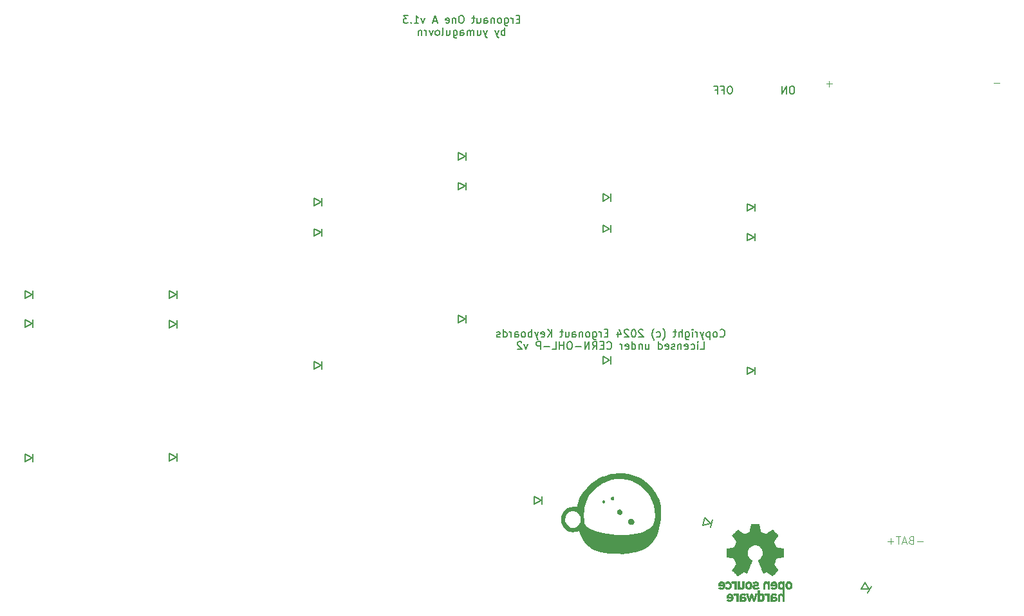
<source format=gbo>
%TF.GenerationSoftware,KiCad,Pcbnew,8.0.5*%
%TF.CreationDate,2025-01-30T23:43:18+02:00*%
%TF.ProjectId,1_3A,315f3341-2e6b-4696-9361-645f70636258,rev?*%
%TF.SameCoordinates,Original*%
%TF.FileFunction,Legend,Bot*%
%TF.FilePolarity,Positive*%
%FSLAX46Y46*%
G04 Gerber Fmt 4.6, Leading zero omitted, Abs format (unit mm)*
G04 Created by KiCad (PCBNEW 8.0.5) date 2025-01-30 23:43:18*
%MOMM*%
%LPD*%
G01*
G04 APERTURE LIST*
%ADD10C,0.200000*%
%ADD11C,0.100000*%
%ADD12C,0.150000*%
%ADD13C,0.000000*%
%ADD14C,0.010000*%
G04 APERTURE END LIST*
D10*
X149039048Y-50123437D02*
X148705715Y-50123437D01*
X148562858Y-50647247D02*
X149039048Y-50647247D01*
X149039048Y-50647247D02*
X149039048Y-49647247D01*
X149039048Y-49647247D02*
X148562858Y-49647247D01*
X148134286Y-50647247D02*
X148134286Y-49980580D01*
X148134286Y-50171056D02*
X148086667Y-50075818D01*
X148086667Y-50075818D02*
X148039048Y-50028199D01*
X148039048Y-50028199D02*
X147943810Y-49980580D01*
X147943810Y-49980580D02*
X147848572Y-49980580D01*
X147086667Y-49980580D02*
X147086667Y-50790104D01*
X147086667Y-50790104D02*
X147134286Y-50885342D01*
X147134286Y-50885342D02*
X147181905Y-50932961D01*
X147181905Y-50932961D02*
X147277143Y-50980580D01*
X147277143Y-50980580D02*
X147420000Y-50980580D01*
X147420000Y-50980580D02*
X147515238Y-50932961D01*
X147086667Y-50599628D02*
X147181905Y-50647247D01*
X147181905Y-50647247D02*
X147372381Y-50647247D01*
X147372381Y-50647247D02*
X147467619Y-50599628D01*
X147467619Y-50599628D02*
X147515238Y-50552008D01*
X147515238Y-50552008D02*
X147562857Y-50456770D01*
X147562857Y-50456770D02*
X147562857Y-50171056D01*
X147562857Y-50171056D02*
X147515238Y-50075818D01*
X147515238Y-50075818D02*
X147467619Y-50028199D01*
X147467619Y-50028199D02*
X147372381Y-49980580D01*
X147372381Y-49980580D02*
X147181905Y-49980580D01*
X147181905Y-49980580D02*
X147086667Y-50028199D01*
X146467619Y-50647247D02*
X146562857Y-50599628D01*
X146562857Y-50599628D02*
X146610476Y-50552008D01*
X146610476Y-50552008D02*
X146658095Y-50456770D01*
X146658095Y-50456770D02*
X146658095Y-50171056D01*
X146658095Y-50171056D02*
X146610476Y-50075818D01*
X146610476Y-50075818D02*
X146562857Y-50028199D01*
X146562857Y-50028199D02*
X146467619Y-49980580D01*
X146467619Y-49980580D02*
X146324762Y-49980580D01*
X146324762Y-49980580D02*
X146229524Y-50028199D01*
X146229524Y-50028199D02*
X146181905Y-50075818D01*
X146181905Y-50075818D02*
X146134286Y-50171056D01*
X146134286Y-50171056D02*
X146134286Y-50456770D01*
X146134286Y-50456770D02*
X146181905Y-50552008D01*
X146181905Y-50552008D02*
X146229524Y-50599628D01*
X146229524Y-50599628D02*
X146324762Y-50647247D01*
X146324762Y-50647247D02*
X146467619Y-50647247D01*
X145705714Y-49980580D02*
X145705714Y-50647247D01*
X145705714Y-50075818D02*
X145658095Y-50028199D01*
X145658095Y-50028199D02*
X145562857Y-49980580D01*
X145562857Y-49980580D02*
X145420000Y-49980580D01*
X145420000Y-49980580D02*
X145324762Y-50028199D01*
X145324762Y-50028199D02*
X145277143Y-50123437D01*
X145277143Y-50123437D02*
X145277143Y-50647247D01*
X144372381Y-50647247D02*
X144372381Y-50123437D01*
X144372381Y-50123437D02*
X144420000Y-50028199D01*
X144420000Y-50028199D02*
X144515238Y-49980580D01*
X144515238Y-49980580D02*
X144705714Y-49980580D01*
X144705714Y-49980580D02*
X144800952Y-50028199D01*
X144372381Y-50599628D02*
X144467619Y-50647247D01*
X144467619Y-50647247D02*
X144705714Y-50647247D01*
X144705714Y-50647247D02*
X144800952Y-50599628D01*
X144800952Y-50599628D02*
X144848571Y-50504389D01*
X144848571Y-50504389D02*
X144848571Y-50409151D01*
X144848571Y-50409151D02*
X144800952Y-50313913D01*
X144800952Y-50313913D02*
X144705714Y-50266294D01*
X144705714Y-50266294D02*
X144467619Y-50266294D01*
X144467619Y-50266294D02*
X144372381Y-50218675D01*
X143467619Y-49980580D02*
X143467619Y-50647247D01*
X143896190Y-49980580D02*
X143896190Y-50504389D01*
X143896190Y-50504389D02*
X143848571Y-50599628D01*
X143848571Y-50599628D02*
X143753333Y-50647247D01*
X143753333Y-50647247D02*
X143610476Y-50647247D01*
X143610476Y-50647247D02*
X143515238Y-50599628D01*
X143515238Y-50599628D02*
X143467619Y-50552008D01*
X143134285Y-49980580D02*
X142753333Y-49980580D01*
X142991428Y-49647247D02*
X142991428Y-50504389D01*
X142991428Y-50504389D02*
X142943809Y-50599628D01*
X142943809Y-50599628D02*
X142848571Y-50647247D01*
X142848571Y-50647247D02*
X142753333Y-50647247D01*
X141467618Y-49647247D02*
X141277142Y-49647247D01*
X141277142Y-49647247D02*
X141181904Y-49694866D01*
X141181904Y-49694866D02*
X141086666Y-49790104D01*
X141086666Y-49790104D02*
X141039047Y-49980580D01*
X141039047Y-49980580D02*
X141039047Y-50313913D01*
X141039047Y-50313913D02*
X141086666Y-50504389D01*
X141086666Y-50504389D02*
X141181904Y-50599628D01*
X141181904Y-50599628D02*
X141277142Y-50647247D01*
X141277142Y-50647247D02*
X141467618Y-50647247D01*
X141467618Y-50647247D02*
X141562856Y-50599628D01*
X141562856Y-50599628D02*
X141658094Y-50504389D01*
X141658094Y-50504389D02*
X141705713Y-50313913D01*
X141705713Y-50313913D02*
X141705713Y-49980580D01*
X141705713Y-49980580D02*
X141658094Y-49790104D01*
X141658094Y-49790104D02*
X141562856Y-49694866D01*
X141562856Y-49694866D02*
X141467618Y-49647247D01*
X140610475Y-49980580D02*
X140610475Y-50647247D01*
X140610475Y-50075818D02*
X140562856Y-50028199D01*
X140562856Y-50028199D02*
X140467618Y-49980580D01*
X140467618Y-49980580D02*
X140324761Y-49980580D01*
X140324761Y-49980580D02*
X140229523Y-50028199D01*
X140229523Y-50028199D02*
X140181904Y-50123437D01*
X140181904Y-50123437D02*
X140181904Y-50647247D01*
X139324761Y-50599628D02*
X139419999Y-50647247D01*
X139419999Y-50647247D02*
X139610475Y-50647247D01*
X139610475Y-50647247D02*
X139705713Y-50599628D01*
X139705713Y-50599628D02*
X139753332Y-50504389D01*
X139753332Y-50504389D02*
X139753332Y-50123437D01*
X139753332Y-50123437D02*
X139705713Y-50028199D01*
X139705713Y-50028199D02*
X139610475Y-49980580D01*
X139610475Y-49980580D02*
X139419999Y-49980580D01*
X139419999Y-49980580D02*
X139324761Y-50028199D01*
X139324761Y-50028199D02*
X139277142Y-50123437D01*
X139277142Y-50123437D02*
X139277142Y-50218675D01*
X139277142Y-50218675D02*
X139753332Y-50313913D01*
X138134284Y-50361532D02*
X137658094Y-50361532D01*
X138229522Y-50647247D02*
X137896189Y-49647247D01*
X137896189Y-49647247D02*
X137562856Y-50647247D01*
X136562855Y-49980580D02*
X136324760Y-50647247D01*
X136324760Y-50647247D02*
X136086665Y-49980580D01*
X135181903Y-50647247D02*
X135753331Y-50647247D01*
X135467617Y-50647247D02*
X135467617Y-49647247D01*
X135467617Y-49647247D02*
X135562855Y-49790104D01*
X135562855Y-49790104D02*
X135658093Y-49885342D01*
X135658093Y-49885342D02*
X135753331Y-49932961D01*
X134753331Y-50552008D02*
X134705712Y-50599628D01*
X134705712Y-50599628D02*
X134753331Y-50647247D01*
X134753331Y-50647247D02*
X134800950Y-50599628D01*
X134800950Y-50599628D02*
X134753331Y-50552008D01*
X134753331Y-50552008D02*
X134753331Y-50647247D01*
X134372379Y-49647247D02*
X133753332Y-49647247D01*
X133753332Y-49647247D02*
X134086665Y-50028199D01*
X134086665Y-50028199D02*
X133943808Y-50028199D01*
X133943808Y-50028199D02*
X133848570Y-50075818D01*
X133848570Y-50075818D02*
X133800951Y-50123437D01*
X133800951Y-50123437D02*
X133753332Y-50218675D01*
X133753332Y-50218675D02*
X133753332Y-50456770D01*
X133753332Y-50456770D02*
X133800951Y-50552008D01*
X133800951Y-50552008D02*
X133848570Y-50599628D01*
X133848570Y-50599628D02*
X133943808Y-50647247D01*
X133943808Y-50647247D02*
X134229522Y-50647247D01*
X134229522Y-50647247D02*
X134324760Y-50599628D01*
X134324760Y-50599628D02*
X134372379Y-50552008D01*
X147110476Y-52257191D02*
X147110476Y-51257191D01*
X147110476Y-51638143D02*
X147015238Y-51590524D01*
X147015238Y-51590524D02*
X146824762Y-51590524D01*
X146824762Y-51590524D02*
X146729524Y-51638143D01*
X146729524Y-51638143D02*
X146681905Y-51685762D01*
X146681905Y-51685762D02*
X146634286Y-51781000D01*
X146634286Y-51781000D02*
X146634286Y-52066714D01*
X146634286Y-52066714D02*
X146681905Y-52161952D01*
X146681905Y-52161952D02*
X146729524Y-52209572D01*
X146729524Y-52209572D02*
X146824762Y-52257191D01*
X146824762Y-52257191D02*
X147015238Y-52257191D01*
X147015238Y-52257191D02*
X147110476Y-52209572D01*
X146300952Y-51590524D02*
X146062857Y-52257191D01*
X145824762Y-51590524D02*
X146062857Y-52257191D01*
X146062857Y-52257191D02*
X146158095Y-52495286D01*
X146158095Y-52495286D02*
X146205714Y-52542905D01*
X146205714Y-52542905D02*
X146300952Y-52590524D01*
X144777142Y-51590524D02*
X144539047Y-52257191D01*
X144300952Y-51590524D02*
X144539047Y-52257191D01*
X144539047Y-52257191D02*
X144634285Y-52495286D01*
X144634285Y-52495286D02*
X144681904Y-52542905D01*
X144681904Y-52542905D02*
X144777142Y-52590524D01*
X143491428Y-51590524D02*
X143491428Y-52257191D01*
X143919999Y-51590524D02*
X143919999Y-52114333D01*
X143919999Y-52114333D02*
X143872380Y-52209572D01*
X143872380Y-52209572D02*
X143777142Y-52257191D01*
X143777142Y-52257191D02*
X143634285Y-52257191D01*
X143634285Y-52257191D02*
X143539047Y-52209572D01*
X143539047Y-52209572D02*
X143491428Y-52161952D01*
X143015237Y-52257191D02*
X143015237Y-51590524D01*
X143015237Y-51685762D02*
X142967618Y-51638143D01*
X142967618Y-51638143D02*
X142872380Y-51590524D01*
X142872380Y-51590524D02*
X142729523Y-51590524D01*
X142729523Y-51590524D02*
X142634285Y-51638143D01*
X142634285Y-51638143D02*
X142586666Y-51733381D01*
X142586666Y-51733381D02*
X142586666Y-52257191D01*
X142586666Y-51733381D02*
X142539047Y-51638143D01*
X142539047Y-51638143D02*
X142443809Y-51590524D01*
X142443809Y-51590524D02*
X142300952Y-51590524D01*
X142300952Y-51590524D02*
X142205713Y-51638143D01*
X142205713Y-51638143D02*
X142158094Y-51733381D01*
X142158094Y-51733381D02*
X142158094Y-52257191D01*
X141253333Y-52257191D02*
X141253333Y-51733381D01*
X141253333Y-51733381D02*
X141300952Y-51638143D01*
X141300952Y-51638143D02*
X141396190Y-51590524D01*
X141396190Y-51590524D02*
X141586666Y-51590524D01*
X141586666Y-51590524D02*
X141681904Y-51638143D01*
X141253333Y-52209572D02*
X141348571Y-52257191D01*
X141348571Y-52257191D02*
X141586666Y-52257191D01*
X141586666Y-52257191D02*
X141681904Y-52209572D01*
X141681904Y-52209572D02*
X141729523Y-52114333D01*
X141729523Y-52114333D02*
X141729523Y-52019095D01*
X141729523Y-52019095D02*
X141681904Y-51923857D01*
X141681904Y-51923857D02*
X141586666Y-51876238D01*
X141586666Y-51876238D02*
X141348571Y-51876238D01*
X141348571Y-51876238D02*
X141253333Y-51828619D01*
X140348571Y-51590524D02*
X140348571Y-52400048D01*
X140348571Y-52400048D02*
X140396190Y-52495286D01*
X140396190Y-52495286D02*
X140443809Y-52542905D01*
X140443809Y-52542905D02*
X140539047Y-52590524D01*
X140539047Y-52590524D02*
X140681904Y-52590524D01*
X140681904Y-52590524D02*
X140777142Y-52542905D01*
X140348571Y-52209572D02*
X140443809Y-52257191D01*
X140443809Y-52257191D02*
X140634285Y-52257191D01*
X140634285Y-52257191D02*
X140729523Y-52209572D01*
X140729523Y-52209572D02*
X140777142Y-52161952D01*
X140777142Y-52161952D02*
X140824761Y-52066714D01*
X140824761Y-52066714D02*
X140824761Y-51781000D01*
X140824761Y-51781000D02*
X140777142Y-51685762D01*
X140777142Y-51685762D02*
X140729523Y-51638143D01*
X140729523Y-51638143D02*
X140634285Y-51590524D01*
X140634285Y-51590524D02*
X140443809Y-51590524D01*
X140443809Y-51590524D02*
X140348571Y-51638143D01*
X139443809Y-51590524D02*
X139443809Y-52257191D01*
X139872380Y-51590524D02*
X139872380Y-52114333D01*
X139872380Y-52114333D02*
X139824761Y-52209572D01*
X139824761Y-52209572D02*
X139729523Y-52257191D01*
X139729523Y-52257191D02*
X139586666Y-52257191D01*
X139586666Y-52257191D02*
X139491428Y-52209572D01*
X139491428Y-52209572D02*
X139443809Y-52161952D01*
X138824761Y-52257191D02*
X138919999Y-52209572D01*
X138919999Y-52209572D02*
X138967618Y-52114333D01*
X138967618Y-52114333D02*
X138967618Y-51257191D01*
X138300951Y-52257191D02*
X138396189Y-52209572D01*
X138396189Y-52209572D02*
X138443808Y-52161952D01*
X138443808Y-52161952D02*
X138491427Y-52066714D01*
X138491427Y-52066714D02*
X138491427Y-51781000D01*
X138491427Y-51781000D02*
X138443808Y-51685762D01*
X138443808Y-51685762D02*
X138396189Y-51638143D01*
X138396189Y-51638143D02*
X138300951Y-51590524D01*
X138300951Y-51590524D02*
X138158094Y-51590524D01*
X138158094Y-51590524D02*
X138062856Y-51638143D01*
X138062856Y-51638143D02*
X138015237Y-51685762D01*
X138015237Y-51685762D02*
X137967618Y-51781000D01*
X137967618Y-51781000D02*
X137967618Y-52066714D01*
X137967618Y-52066714D02*
X138015237Y-52161952D01*
X138015237Y-52161952D02*
X138062856Y-52209572D01*
X138062856Y-52209572D02*
X138158094Y-52257191D01*
X138158094Y-52257191D02*
X138300951Y-52257191D01*
X137634284Y-51590524D02*
X137396189Y-52257191D01*
X137396189Y-52257191D02*
X137158094Y-51590524D01*
X136777141Y-52257191D02*
X136777141Y-51590524D01*
X136777141Y-51781000D02*
X136729522Y-51685762D01*
X136729522Y-51685762D02*
X136681903Y-51638143D01*
X136681903Y-51638143D02*
X136586665Y-51590524D01*
X136586665Y-51590524D02*
X136491427Y-51590524D01*
X136158093Y-51590524D02*
X136158093Y-52257191D01*
X136158093Y-51685762D02*
X136110474Y-51638143D01*
X136110474Y-51638143D02*
X136015236Y-51590524D01*
X136015236Y-51590524D02*
X135872379Y-51590524D01*
X135872379Y-51590524D02*
X135777141Y-51638143D01*
X135777141Y-51638143D02*
X135729522Y-51733381D01*
X135729522Y-51733381D02*
X135729522Y-52257191D01*
X175416955Y-91881008D02*
X175464574Y-91928628D01*
X175464574Y-91928628D02*
X175607431Y-91976247D01*
X175607431Y-91976247D02*
X175702669Y-91976247D01*
X175702669Y-91976247D02*
X175845526Y-91928628D01*
X175845526Y-91928628D02*
X175940764Y-91833389D01*
X175940764Y-91833389D02*
X175988383Y-91738151D01*
X175988383Y-91738151D02*
X176036002Y-91547675D01*
X176036002Y-91547675D02*
X176036002Y-91404818D01*
X176036002Y-91404818D02*
X175988383Y-91214342D01*
X175988383Y-91214342D02*
X175940764Y-91119104D01*
X175940764Y-91119104D02*
X175845526Y-91023866D01*
X175845526Y-91023866D02*
X175702669Y-90976247D01*
X175702669Y-90976247D02*
X175607431Y-90976247D01*
X175607431Y-90976247D02*
X175464574Y-91023866D01*
X175464574Y-91023866D02*
X175416955Y-91071485D01*
X174845526Y-91976247D02*
X174940764Y-91928628D01*
X174940764Y-91928628D02*
X174988383Y-91881008D01*
X174988383Y-91881008D02*
X175036002Y-91785770D01*
X175036002Y-91785770D02*
X175036002Y-91500056D01*
X175036002Y-91500056D02*
X174988383Y-91404818D01*
X174988383Y-91404818D02*
X174940764Y-91357199D01*
X174940764Y-91357199D02*
X174845526Y-91309580D01*
X174845526Y-91309580D02*
X174702669Y-91309580D01*
X174702669Y-91309580D02*
X174607431Y-91357199D01*
X174607431Y-91357199D02*
X174559812Y-91404818D01*
X174559812Y-91404818D02*
X174512193Y-91500056D01*
X174512193Y-91500056D02*
X174512193Y-91785770D01*
X174512193Y-91785770D02*
X174559812Y-91881008D01*
X174559812Y-91881008D02*
X174607431Y-91928628D01*
X174607431Y-91928628D02*
X174702669Y-91976247D01*
X174702669Y-91976247D02*
X174845526Y-91976247D01*
X174083621Y-91309580D02*
X174083621Y-92309580D01*
X174083621Y-91357199D02*
X173988383Y-91309580D01*
X173988383Y-91309580D02*
X173797907Y-91309580D01*
X173797907Y-91309580D02*
X173702669Y-91357199D01*
X173702669Y-91357199D02*
X173655050Y-91404818D01*
X173655050Y-91404818D02*
X173607431Y-91500056D01*
X173607431Y-91500056D02*
X173607431Y-91785770D01*
X173607431Y-91785770D02*
X173655050Y-91881008D01*
X173655050Y-91881008D02*
X173702669Y-91928628D01*
X173702669Y-91928628D02*
X173797907Y-91976247D01*
X173797907Y-91976247D02*
X173988383Y-91976247D01*
X173988383Y-91976247D02*
X174083621Y-91928628D01*
X173274097Y-91309580D02*
X173036002Y-91976247D01*
X172797907Y-91309580D02*
X173036002Y-91976247D01*
X173036002Y-91976247D02*
X173131240Y-92214342D01*
X173131240Y-92214342D02*
X173178859Y-92261961D01*
X173178859Y-92261961D02*
X173274097Y-92309580D01*
X172416954Y-91976247D02*
X172416954Y-91309580D01*
X172416954Y-91500056D02*
X172369335Y-91404818D01*
X172369335Y-91404818D02*
X172321716Y-91357199D01*
X172321716Y-91357199D02*
X172226478Y-91309580D01*
X172226478Y-91309580D02*
X172131240Y-91309580D01*
X171797906Y-91976247D02*
X171797906Y-91309580D01*
X171797906Y-90976247D02*
X171845525Y-91023866D01*
X171845525Y-91023866D02*
X171797906Y-91071485D01*
X171797906Y-91071485D02*
X171750287Y-91023866D01*
X171750287Y-91023866D02*
X171797906Y-90976247D01*
X171797906Y-90976247D02*
X171797906Y-91071485D01*
X170893145Y-91309580D02*
X170893145Y-92119104D01*
X170893145Y-92119104D02*
X170940764Y-92214342D01*
X170940764Y-92214342D02*
X170988383Y-92261961D01*
X170988383Y-92261961D02*
X171083621Y-92309580D01*
X171083621Y-92309580D02*
X171226478Y-92309580D01*
X171226478Y-92309580D02*
X171321716Y-92261961D01*
X170893145Y-91928628D02*
X170988383Y-91976247D01*
X170988383Y-91976247D02*
X171178859Y-91976247D01*
X171178859Y-91976247D02*
X171274097Y-91928628D01*
X171274097Y-91928628D02*
X171321716Y-91881008D01*
X171321716Y-91881008D02*
X171369335Y-91785770D01*
X171369335Y-91785770D02*
X171369335Y-91500056D01*
X171369335Y-91500056D02*
X171321716Y-91404818D01*
X171321716Y-91404818D02*
X171274097Y-91357199D01*
X171274097Y-91357199D02*
X171178859Y-91309580D01*
X171178859Y-91309580D02*
X170988383Y-91309580D01*
X170988383Y-91309580D02*
X170893145Y-91357199D01*
X170416954Y-91976247D02*
X170416954Y-90976247D01*
X169988383Y-91976247D02*
X169988383Y-91452437D01*
X169988383Y-91452437D02*
X170036002Y-91357199D01*
X170036002Y-91357199D02*
X170131240Y-91309580D01*
X170131240Y-91309580D02*
X170274097Y-91309580D01*
X170274097Y-91309580D02*
X170369335Y-91357199D01*
X170369335Y-91357199D02*
X170416954Y-91404818D01*
X169655049Y-91309580D02*
X169274097Y-91309580D01*
X169512192Y-90976247D02*
X169512192Y-91833389D01*
X169512192Y-91833389D02*
X169464573Y-91928628D01*
X169464573Y-91928628D02*
X169369335Y-91976247D01*
X169369335Y-91976247D02*
X169274097Y-91976247D01*
X167893144Y-92357199D02*
X167940763Y-92309580D01*
X167940763Y-92309580D02*
X168036001Y-92166723D01*
X168036001Y-92166723D02*
X168083620Y-92071485D01*
X168083620Y-92071485D02*
X168131239Y-91928628D01*
X168131239Y-91928628D02*
X168178858Y-91690532D01*
X168178858Y-91690532D02*
X168178858Y-91500056D01*
X168178858Y-91500056D02*
X168131239Y-91261961D01*
X168131239Y-91261961D02*
X168083620Y-91119104D01*
X168083620Y-91119104D02*
X168036001Y-91023866D01*
X168036001Y-91023866D02*
X167940763Y-90881008D01*
X167940763Y-90881008D02*
X167893144Y-90833389D01*
X167083620Y-91928628D02*
X167178858Y-91976247D01*
X167178858Y-91976247D02*
X167369334Y-91976247D01*
X167369334Y-91976247D02*
X167464572Y-91928628D01*
X167464572Y-91928628D02*
X167512191Y-91881008D01*
X167512191Y-91881008D02*
X167559810Y-91785770D01*
X167559810Y-91785770D02*
X167559810Y-91500056D01*
X167559810Y-91500056D02*
X167512191Y-91404818D01*
X167512191Y-91404818D02*
X167464572Y-91357199D01*
X167464572Y-91357199D02*
X167369334Y-91309580D01*
X167369334Y-91309580D02*
X167178858Y-91309580D01*
X167178858Y-91309580D02*
X167083620Y-91357199D01*
X166750286Y-92357199D02*
X166702667Y-92309580D01*
X166702667Y-92309580D02*
X166607429Y-92166723D01*
X166607429Y-92166723D02*
X166559810Y-92071485D01*
X166559810Y-92071485D02*
X166512191Y-91928628D01*
X166512191Y-91928628D02*
X166464572Y-91690532D01*
X166464572Y-91690532D02*
X166464572Y-91500056D01*
X166464572Y-91500056D02*
X166512191Y-91261961D01*
X166512191Y-91261961D02*
X166559810Y-91119104D01*
X166559810Y-91119104D02*
X166607429Y-91023866D01*
X166607429Y-91023866D02*
X166702667Y-90881008D01*
X166702667Y-90881008D02*
X166750286Y-90833389D01*
X165274095Y-91071485D02*
X165226476Y-91023866D01*
X165226476Y-91023866D02*
X165131238Y-90976247D01*
X165131238Y-90976247D02*
X164893143Y-90976247D01*
X164893143Y-90976247D02*
X164797905Y-91023866D01*
X164797905Y-91023866D02*
X164750286Y-91071485D01*
X164750286Y-91071485D02*
X164702667Y-91166723D01*
X164702667Y-91166723D02*
X164702667Y-91261961D01*
X164702667Y-91261961D02*
X164750286Y-91404818D01*
X164750286Y-91404818D02*
X165321714Y-91976247D01*
X165321714Y-91976247D02*
X164702667Y-91976247D01*
X164083619Y-90976247D02*
X163988381Y-90976247D01*
X163988381Y-90976247D02*
X163893143Y-91023866D01*
X163893143Y-91023866D02*
X163845524Y-91071485D01*
X163845524Y-91071485D02*
X163797905Y-91166723D01*
X163797905Y-91166723D02*
X163750286Y-91357199D01*
X163750286Y-91357199D02*
X163750286Y-91595294D01*
X163750286Y-91595294D02*
X163797905Y-91785770D01*
X163797905Y-91785770D02*
X163845524Y-91881008D01*
X163845524Y-91881008D02*
X163893143Y-91928628D01*
X163893143Y-91928628D02*
X163988381Y-91976247D01*
X163988381Y-91976247D02*
X164083619Y-91976247D01*
X164083619Y-91976247D02*
X164178857Y-91928628D01*
X164178857Y-91928628D02*
X164226476Y-91881008D01*
X164226476Y-91881008D02*
X164274095Y-91785770D01*
X164274095Y-91785770D02*
X164321714Y-91595294D01*
X164321714Y-91595294D02*
X164321714Y-91357199D01*
X164321714Y-91357199D02*
X164274095Y-91166723D01*
X164274095Y-91166723D02*
X164226476Y-91071485D01*
X164226476Y-91071485D02*
X164178857Y-91023866D01*
X164178857Y-91023866D02*
X164083619Y-90976247D01*
X163369333Y-91071485D02*
X163321714Y-91023866D01*
X163321714Y-91023866D02*
X163226476Y-90976247D01*
X163226476Y-90976247D02*
X162988381Y-90976247D01*
X162988381Y-90976247D02*
X162893143Y-91023866D01*
X162893143Y-91023866D02*
X162845524Y-91071485D01*
X162845524Y-91071485D02*
X162797905Y-91166723D01*
X162797905Y-91166723D02*
X162797905Y-91261961D01*
X162797905Y-91261961D02*
X162845524Y-91404818D01*
X162845524Y-91404818D02*
X163416952Y-91976247D01*
X163416952Y-91976247D02*
X162797905Y-91976247D01*
X161940762Y-91309580D02*
X161940762Y-91976247D01*
X162178857Y-90928628D02*
X162416952Y-91642913D01*
X162416952Y-91642913D02*
X161797905Y-91642913D01*
X160655047Y-91452437D02*
X160321714Y-91452437D01*
X160178857Y-91976247D02*
X160655047Y-91976247D01*
X160655047Y-91976247D02*
X160655047Y-90976247D01*
X160655047Y-90976247D02*
X160178857Y-90976247D01*
X159750285Y-91976247D02*
X159750285Y-91309580D01*
X159750285Y-91500056D02*
X159702666Y-91404818D01*
X159702666Y-91404818D02*
X159655047Y-91357199D01*
X159655047Y-91357199D02*
X159559809Y-91309580D01*
X159559809Y-91309580D02*
X159464571Y-91309580D01*
X158702666Y-91309580D02*
X158702666Y-92119104D01*
X158702666Y-92119104D02*
X158750285Y-92214342D01*
X158750285Y-92214342D02*
X158797904Y-92261961D01*
X158797904Y-92261961D02*
X158893142Y-92309580D01*
X158893142Y-92309580D02*
X159035999Y-92309580D01*
X159035999Y-92309580D02*
X159131237Y-92261961D01*
X158702666Y-91928628D02*
X158797904Y-91976247D01*
X158797904Y-91976247D02*
X158988380Y-91976247D01*
X158988380Y-91976247D02*
X159083618Y-91928628D01*
X159083618Y-91928628D02*
X159131237Y-91881008D01*
X159131237Y-91881008D02*
X159178856Y-91785770D01*
X159178856Y-91785770D02*
X159178856Y-91500056D01*
X159178856Y-91500056D02*
X159131237Y-91404818D01*
X159131237Y-91404818D02*
X159083618Y-91357199D01*
X159083618Y-91357199D02*
X158988380Y-91309580D01*
X158988380Y-91309580D02*
X158797904Y-91309580D01*
X158797904Y-91309580D02*
X158702666Y-91357199D01*
X158083618Y-91976247D02*
X158178856Y-91928628D01*
X158178856Y-91928628D02*
X158226475Y-91881008D01*
X158226475Y-91881008D02*
X158274094Y-91785770D01*
X158274094Y-91785770D02*
X158274094Y-91500056D01*
X158274094Y-91500056D02*
X158226475Y-91404818D01*
X158226475Y-91404818D02*
X158178856Y-91357199D01*
X158178856Y-91357199D02*
X158083618Y-91309580D01*
X158083618Y-91309580D02*
X157940761Y-91309580D01*
X157940761Y-91309580D02*
X157845523Y-91357199D01*
X157845523Y-91357199D02*
X157797904Y-91404818D01*
X157797904Y-91404818D02*
X157750285Y-91500056D01*
X157750285Y-91500056D02*
X157750285Y-91785770D01*
X157750285Y-91785770D02*
X157797904Y-91881008D01*
X157797904Y-91881008D02*
X157845523Y-91928628D01*
X157845523Y-91928628D02*
X157940761Y-91976247D01*
X157940761Y-91976247D02*
X158083618Y-91976247D01*
X157321713Y-91309580D02*
X157321713Y-91976247D01*
X157321713Y-91404818D02*
X157274094Y-91357199D01*
X157274094Y-91357199D02*
X157178856Y-91309580D01*
X157178856Y-91309580D02*
X157035999Y-91309580D01*
X157035999Y-91309580D02*
X156940761Y-91357199D01*
X156940761Y-91357199D02*
X156893142Y-91452437D01*
X156893142Y-91452437D02*
X156893142Y-91976247D01*
X155988380Y-91976247D02*
X155988380Y-91452437D01*
X155988380Y-91452437D02*
X156035999Y-91357199D01*
X156035999Y-91357199D02*
X156131237Y-91309580D01*
X156131237Y-91309580D02*
X156321713Y-91309580D01*
X156321713Y-91309580D02*
X156416951Y-91357199D01*
X155988380Y-91928628D02*
X156083618Y-91976247D01*
X156083618Y-91976247D02*
X156321713Y-91976247D01*
X156321713Y-91976247D02*
X156416951Y-91928628D01*
X156416951Y-91928628D02*
X156464570Y-91833389D01*
X156464570Y-91833389D02*
X156464570Y-91738151D01*
X156464570Y-91738151D02*
X156416951Y-91642913D01*
X156416951Y-91642913D02*
X156321713Y-91595294D01*
X156321713Y-91595294D02*
X156083618Y-91595294D01*
X156083618Y-91595294D02*
X155988380Y-91547675D01*
X155083618Y-91309580D02*
X155083618Y-91976247D01*
X155512189Y-91309580D02*
X155512189Y-91833389D01*
X155512189Y-91833389D02*
X155464570Y-91928628D01*
X155464570Y-91928628D02*
X155369332Y-91976247D01*
X155369332Y-91976247D02*
X155226475Y-91976247D01*
X155226475Y-91976247D02*
X155131237Y-91928628D01*
X155131237Y-91928628D02*
X155083618Y-91881008D01*
X154750284Y-91309580D02*
X154369332Y-91309580D01*
X154607427Y-90976247D02*
X154607427Y-91833389D01*
X154607427Y-91833389D02*
X154559808Y-91928628D01*
X154559808Y-91928628D02*
X154464570Y-91976247D01*
X154464570Y-91976247D02*
X154369332Y-91976247D01*
X153274093Y-91976247D02*
X153274093Y-90976247D01*
X152702665Y-91976247D02*
X153131236Y-91404818D01*
X152702665Y-90976247D02*
X153274093Y-91547675D01*
X151893141Y-91928628D02*
X151988379Y-91976247D01*
X151988379Y-91976247D02*
X152178855Y-91976247D01*
X152178855Y-91976247D02*
X152274093Y-91928628D01*
X152274093Y-91928628D02*
X152321712Y-91833389D01*
X152321712Y-91833389D02*
X152321712Y-91452437D01*
X152321712Y-91452437D02*
X152274093Y-91357199D01*
X152274093Y-91357199D02*
X152178855Y-91309580D01*
X152178855Y-91309580D02*
X151988379Y-91309580D01*
X151988379Y-91309580D02*
X151893141Y-91357199D01*
X151893141Y-91357199D02*
X151845522Y-91452437D01*
X151845522Y-91452437D02*
X151845522Y-91547675D01*
X151845522Y-91547675D02*
X152321712Y-91642913D01*
X151512188Y-91309580D02*
X151274093Y-91976247D01*
X151035998Y-91309580D02*
X151274093Y-91976247D01*
X151274093Y-91976247D02*
X151369331Y-92214342D01*
X151369331Y-92214342D02*
X151416950Y-92261961D01*
X151416950Y-92261961D02*
X151512188Y-92309580D01*
X150655045Y-91976247D02*
X150655045Y-90976247D01*
X150655045Y-91357199D02*
X150559807Y-91309580D01*
X150559807Y-91309580D02*
X150369331Y-91309580D01*
X150369331Y-91309580D02*
X150274093Y-91357199D01*
X150274093Y-91357199D02*
X150226474Y-91404818D01*
X150226474Y-91404818D02*
X150178855Y-91500056D01*
X150178855Y-91500056D02*
X150178855Y-91785770D01*
X150178855Y-91785770D02*
X150226474Y-91881008D01*
X150226474Y-91881008D02*
X150274093Y-91928628D01*
X150274093Y-91928628D02*
X150369331Y-91976247D01*
X150369331Y-91976247D02*
X150559807Y-91976247D01*
X150559807Y-91976247D02*
X150655045Y-91928628D01*
X149607426Y-91976247D02*
X149702664Y-91928628D01*
X149702664Y-91928628D02*
X149750283Y-91881008D01*
X149750283Y-91881008D02*
X149797902Y-91785770D01*
X149797902Y-91785770D02*
X149797902Y-91500056D01*
X149797902Y-91500056D02*
X149750283Y-91404818D01*
X149750283Y-91404818D02*
X149702664Y-91357199D01*
X149702664Y-91357199D02*
X149607426Y-91309580D01*
X149607426Y-91309580D02*
X149464569Y-91309580D01*
X149464569Y-91309580D02*
X149369331Y-91357199D01*
X149369331Y-91357199D02*
X149321712Y-91404818D01*
X149321712Y-91404818D02*
X149274093Y-91500056D01*
X149274093Y-91500056D02*
X149274093Y-91785770D01*
X149274093Y-91785770D02*
X149321712Y-91881008D01*
X149321712Y-91881008D02*
X149369331Y-91928628D01*
X149369331Y-91928628D02*
X149464569Y-91976247D01*
X149464569Y-91976247D02*
X149607426Y-91976247D01*
X148416950Y-91976247D02*
X148416950Y-91452437D01*
X148416950Y-91452437D02*
X148464569Y-91357199D01*
X148464569Y-91357199D02*
X148559807Y-91309580D01*
X148559807Y-91309580D02*
X148750283Y-91309580D01*
X148750283Y-91309580D02*
X148845521Y-91357199D01*
X148416950Y-91928628D02*
X148512188Y-91976247D01*
X148512188Y-91976247D02*
X148750283Y-91976247D01*
X148750283Y-91976247D02*
X148845521Y-91928628D01*
X148845521Y-91928628D02*
X148893140Y-91833389D01*
X148893140Y-91833389D02*
X148893140Y-91738151D01*
X148893140Y-91738151D02*
X148845521Y-91642913D01*
X148845521Y-91642913D02*
X148750283Y-91595294D01*
X148750283Y-91595294D02*
X148512188Y-91595294D01*
X148512188Y-91595294D02*
X148416950Y-91547675D01*
X147940759Y-91976247D02*
X147940759Y-91309580D01*
X147940759Y-91500056D02*
X147893140Y-91404818D01*
X147893140Y-91404818D02*
X147845521Y-91357199D01*
X147845521Y-91357199D02*
X147750283Y-91309580D01*
X147750283Y-91309580D02*
X147655045Y-91309580D01*
X146893140Y-91976247D02*
X146893140Y-90976247D01*
X146893140Y-91928628D02*
X146988378Y-91976247D01*
X146988378Y-91976247D02*
X147178854Y-91976247D01*
X147178854Y-91976247D02*
X147274092Y-91928628D01*
X147274092Y-91928628D02*
X147321711Y-91881008D01*
X147321711Y-91881008D02*
X147369330Y-91785770D01*
X147369330Y-91785770D02*
X147369330Y-91500056D01*
X147369330Y-91500056D02*
X147321711Y-91404818D01*
X147321711Y-91404818D02*
X147274092Y-91357199D01*
X147274092Y-91357199D02*
X147178854Y-91309580D01*
X147178854Y-91309580D02*
X146988378Y-91309580D01*
X146988378Y-91309580D02*
X146893140Y-91357199D01*
X146464568Y-91928628D02*
X146369330Y-91976247D01*
X146369330Y-91976247D02*
X146178854Y-91976247D01*
X146178854Y-91976247D02*
X146083616Y-91928628D01*
X146083616Y-91928628D02*
X146035997Y-91833389D01*
X146035997Y-91833389D02*
X146035997Y-91785770D01*
X146035997Y-91785770D02*
X146083616Y-91690532D01*
X146083616Y-91690532D02*
X146178854Y-91642913D01*
X146178854Y-91642913D02*
X146321711Y-91642913D01*
X146321711Y-91642913D02*
X146416949Y-91595294D01*
X146416949Y-91595294D02*
X146464568Y-91500056D01*
X146464568Y-91500056D02*
X146464568Y-91452437D01*
X146464568Y-91452437D02*
X146416949Y-91357199D01*
X146416949Y-91357199D02*
X146321711Y-91309580D01*
X146321711Y-91309580D02*
X146178854Y-91309580D01*
X146178854Y-91309580D02*
X146083616Y-91357199D01*
X172821715Y-93586191D02*
X173297905Y-93586191D01*
X173297905Y-93586191D02*
X173297905Y-92586191D01*
X172488381Y-93586191D02*
X172488381Y-92919524D01*
X172488381Y-92586191D02*
X172536000Y-92633810D01*
X172536000Y-92633810D02*
X172488381Y-92681429D01*
X172488381Y-92681429D02*
X172440762Y-92633810D01*
X172440762Y-92633810D02*
X172488381Y-92586191D01*
X172488381Y-92586191D02*
X172488381Y-92681429D01*
X171583620Y-93538572D02*
X171678858Y-93586191D01*
X171678858Y-93586191D02*
X171869334Y-93586191D01*
X171869334Y-93586191D02*
X171964572Y-93538572D01*
X171964572Y-93538572D02*
X172012191Y-93490952D01*
X172012191Y-93490952D02*
X172059810Y-93395714D01*
X172059810Y-93395714D02*
X172059810Y-93110000D01*
X172059810Y-93110000D02*
X172012191Y-93014762D01*
X172012191Y-93014762D02*
X171964572Y-92967143D01*
X171964572Y-92967143D02*
X171869334Y-92919524D01*
X171869334Y-92919524D02*
X171678858Y-92919524D01*
X171678858Y-92919524D02*
X171583620Y-92967143D01*
X170774096Y-93538572D02*
X170869334Y-93586191D01*
X170869334Y-93586191D02*
X171059810Y-93586191D01*
X171059810Y-93586191D02*
X171155048Y-93538572D01*
X171155048Y-93538572D02*
X171202667Y-93443333D01*
X171202667Y-93443333D02*
X171202667Y-93062381D01*
X171202667Y-93062381D02*
X171155048Y-92967143D01*
X171155048Y-92967143D02*
X171059810Y-92919524D01*
X171059810Y-92919524D02*
X170869334Y-92919524D01*
X170869334Y-92919524D02*
X170774096Y-92967143D01*
X170774096Y-92967143D02*
X170726477Y-93062381D01*
X170726477Y-93062381D02*
X170726477Y-93157619D01*
X170726477Y-93157619D02*
X171202667Y-93252857D01*
X170297905Y-92919524D02*
X170297905Y-93586191D01*
X170297905Y-93014762D02*
X170250286Y-92967143D01*
X170250286Y-92967143D02*
X170155048Y-92919524D01*
X170155048Y-92919524D02*
X170012191Y-92919524D01*
X170012191Y-92919524D02*
X169916953Y-92967143D01*
X169916953Y-92967143D02*
X169869334Y-93062381D01*
X169869334Y-93062381D02*
X169869334Y-93586191D01*
X169440762Y-93538572D02*
X169345524Y-93586191D01*
X169345524Y-93586191D02*
X169155048Y-93586191D01*
X169155048Y-93586191D02*
X169059810Y-93538572D01*
X169059810Y-93538572D02*
X169012191Y-93443333D01*
X169012191Y-93443333D02*
X169012191Y-93395714D01*
X169012191Y-93395714D02*
X169059810Y-93300476D01*
X169059810Y-93300476D02*
X169155048Y-93252857D01*
X169155048Y-93252857D02*
X169297905Y-93252857D01*
X169297905Y-93252857D02*
X169393143Y-93205238D01*
X169393143Y-93205238D02*
X169440762Y-93110000D01*
X169440762Y-93110000D02*
X169440762Y-93062381D01*
X169440762Y-93062381D02*
X169393143Y-92967143D01*
X169393143Y-92967143D02*
X169297905Y-92919524D01*
X169297905Y-92919524D02*
X169155048Y-92919524D01*
X169155048Y-92919524D02*
X169059810Y-92967143D01*
X168202667Y-93538572D02*
X168297905Y-93586191D01*
X168297905Y-93586191D02*
X168488381Y-93586191D01*
X168488381Y-93586191D02*
X168583619Y-93538572D01*
X168583619Y-93538572D02*
X168631238Y-93443333D01*
X168631238Y-93443333D02*
X168631238Y-93062381D01*
X168631238Y-93062381D02*
X168583619Y-92967143D01*
X168583619Y-92967143D02*
X168488381Y-92919524D01*
X168488381Y-92919524D02*
X168297905Y-92919524D01*
X168297905Y-92919524D02*
X168202667Y-92967143D01*
X168202667Y-92967143D02*
X168155048Y-93062381D01*
X168155048Y-93062381D02*
X168155048Y-93157619D01*
X168155048Y-93157619D02*
X168631238Y-93252857D01*
X167297905Y-93586191D02*
X167297905Y-92586191D01*
X167297905Y-93538572D02*
X167393143Y-93586191D01*
X167393143Y-93586191D02*
X167583619Y-93586191D01*
X167583619Y-93586191D02*
X167678857Y-93538572D01*
X167678857Y-93538572D02*
X167726476Y-93490952D01*
X167726476Y-93490952D02*
X167774095Y-93395714D01*
X167774095Y-93395714D02*
X167774095Y-93110000D01*
X167774095Y-93110000D02*
X167726476Y-93014762D01*
X167726476Y-93014762D02*
X167678857Y-92967143D01*
X167678857Y-92967143D02*
X167583619Y-92919524D01*
X167583619Y-92919524D02*
X167393143Y-92919524D01*
X167393143Y-92919524D02*
X167297905Y-92967143D01*
X165631238Y-92919524D02*
X165631238Y-93586191D01*
X166059809Y-92919524D02*
X166059809Y-93443333D01*
X166059809Y-93443333D02*
X166012190Y-93538572D01*
X166012190Y-93538572D02*
X165916952Y-93586191D01*
X165916952Y-93586191D02*
X165774095Y-93586191D01*
X165774095Y-93586191D02*
X165678857Y-93538572D01*
X165678857Y-93538572D02*
X165631238Y-93490952D01*
X165155047Y-92919524D02*
X165155047Y-93586191D01*
X165155047Y-93014762D02*
X165107428Y-92967143D01*
X165107428Y-92967143D02*
X165012190Y-92919524D01*
X165012190Y-92919524D02*
X164869333Y-92919524D01*
X164869333Y-92919524D02*
X164774095Y-92967143D01*
X164774095Y-92967143D02*
X164726476Y-93062381D01*
X164726476Y-93062381D02*
X164726476Y-93586191D01*
X163821714Y-93586191D02*
X163821714Y-92586191D01*
X163821714Y-93538572D02*
X163916952Y-93586191D01*
X163916952Y-93586191D02*
X164107428Y-93586191D01*
X164107428Y-93586191D02*
X164202666Y-93538572D01*
X164202666Y-93538572D02*
X164250285Y-93490952D01*
X164250285Y-93490952D02*
X164297904Y-93395714D01*
X164297904Y-93395714D02*
X164297904Y-93110000D01*
X164297904Y-93110000D02*
X164250285Y-93014762D01*
X164250285Y-93014762D02*
X164202666Y-92967143D01*
X164202666Y-92967143D02*
X164107428Y-92919524D01*
X164107428Y-92919524D02*
X163916952Y-92919524D01*
X163916952Y-92919524D02*
X163821714Y-92967143D01*
X162964571Y-93538572D02*
X163059809Y-93586191D01*
X163059809Y-93586191D02*
X163250285Y-93586191D01*
X163250285Y-93586191D02*
X163345523Y-93538572D01*
X163345523Y-93538572D02*
X163393142Y-93443333D01*
X163393142Y-93443333D02*
X163393142Y-93062381D01*
X163393142Y-93062381D02*
X163345523Y-92967143D01*
X163345523Y-92967143D02*
X163250285Y-92919524D01*
X163250285Y-92919524D02*
X163059809Y-92919524D01*
X163059809Y-92919524D02*
X162964571Y-92967143D01*
X162964571Y-92967143D02*
X162916952Y-93062381D01*
X162916952Y-93062381D02*
X162916952Y-93157619D01*
X162916952Y-93157619D02*
X163393142Y-93252857D01*
X162488380Y-93586191D02*
X162488380Y-92919524D01*
X162488380Y-93110000D02*
X162440761Y-93014762D01*
X162440761Y-93014762D02*
X162393142Y-92967143D01*
X162393142Y-92967143D02*
X162297904Y-92919524D01*
X162297904Y-92919524D02*
X162202666Y-92919524D01*
X160535999Y-93490952D02*
X160583618Y-93538572D01*
X160583618Y-93538572D02*
X160726475Y-93586191D01*
X160726475Y-93586191D02*
X160821713Y-93586191D01*
X160821713Y-93586191D02*
X160964570Y-93538572D01*
X160964570Y-93538572D02*
X161059808Y-93443333D01*
X161059808Y-93443333D02*
X161107427Y-93348095D01*
X161107427Y-93348095D02*
X161155046Y-93157619D01*
X161155046Y-93157619D02*
X161155046Y-93014762D01*
X161155046Y-93014762D02*
X161107427Y-92824286D01*
X161107427Y-92824286D02*
X161059808Y-92729048D01*
X161059808Y-92729048D02*
X160964570Y-92633810D01*
X160964570Y-92633810D02*
X160821713Y-92586191D01*
X160821713Y-92586191D02*
X160726475Y-92586191D01*
X160726475Y-92586191D02*
X160583618Y-92633810D01*
X160583618Y-92633810D02*
X160535999Y-92681429D01*
X160107427Y-93062381D02*
X159774094Y-93062381D01*
X159631237Y-93586191D02*
X160107427Y-93586191D01*
X160107427Y-93586191D02*
X160107427Y-92586191D01*
X160107427Y-92586191D02*
X159631237Y-92586191D01*
X158631237Y-93586191D02*
X158964570Y-93110000D01*
X159202665Y-93586191D02*
X159202665Y-92586191D01*
X159202665Y-92586191D02*
X158821713Y-92586191D01*
X158821713Y-92586191D02*
X158726475Y-92633810D01*
X158726475Y-92633810D02*
X158678856Y-92681429D01*
X158678856Y-92681429D02*
X158631237Y-92776667D01*
X158631237Y-92776667D02*
X158631237Y-92919524D01*
X158631237Y-92919524D02*
X158678856Y-93014762D01*
X158678856Y-93014762D02*
X158726475Y-93062381D01*
X158726475Y-93062381D02*
X158821713Y-93110000D01*
X158821713Y-93110000D02*
X159202665Y-93110000D01*
X158202665Y-93586191D02*
X158202665Y-92586191D01*
X158202665Y-92586191D02*
X157631237Y-93586191D01*
X157631237Y-93586191D02*
X157631237Y-92586191D01*
X157155046Y-93205238D02*
X156393142Y-93205238D01*
X155726475Y-92586191D02*
X155535999Y-92586191D01*
X155535999Y-92586191D02*
X155440761Y-92633810D01*
X155440761Y-92633810D02*
X155345523Y-92729048D01*
X155345523Y-92729048D02*
X155297904Y-92919524D01*
X155297904Y-92919524D02*
X155297904Y-93252857D01*
X155297904Y-93252857D02*
X155345523Y-93443333D01*
X155345523Y-93443333D02*
X155440761Y-93538572D01*
X155440761Y-93538572D02*
X155535999Y-93586191D01*
X155535999Y-93586191D02*
X155726475Y-93586191D01*
X155726475Y-93586191D02*
X155821713Y-93538572D01*
X155821713Y-93538572D02*
X155916951Y-93443333D01*
X155916951Y-93443333D02*
X155964570Y-93252857D01*
X155964570Y-93252857D02*
X155964570Y-92919524D01*
X155964570Y-92919524D02*
X155916951Y-92729048D01*
X155916951Y-92729048D02*
X155821713Y-92633810D01*
X155821713Y-92633810D02*
X155726475Y-92586191D01*
X154869332Y-93586191D02*
X154869332Y-92586191D01*
X154869332Y-93062381D02*
X154297904Y-93062381D01*
X154297904Y-93586191D02*
X154297904Y-92586191D01*
X153345523Y-93586191D02*
X153821713Y-93586191D01*
X153821713Y-93586191D02*
X153821713Y-92586191D01*
X153012189Y-93205238D02*
X152250285Y-93205238D01*
X151774094Y-93586191D02*
X151774094Y-92586191D01*
X151774094Y-92586191D02*
X151393142Y-92586191D01*
X151393142Y-92586191D02*
X151297904Y-92633810D01*
X151297904Y-92633810D02*
X151250285Y-92681429D01*
X151250285Y-92681429D02*
X151202666Y-92776667D01*
X151202666Y-92776667D02*
X151202666Y-92919524D01*
X151202666Y-92919524D02*
X151250285Y-93014762D01*
X151250285Y-93014762D02*
X151297904Y-93062381D01*
X151297904Y-93062381D02*
X151393142Y-93110000D01*
X151393142Y-93110000D02*
X151774094Y-93110000D01*
X150107427Y-92919524D02*
X149869332Y-93586191D01*
X149869332Y-93586191D02*
X149631237Y-92919524D01*
X149297903Y-92681429D02*
X149250284Y-92633810D01*
X149250284Y-92633810D02*
X149155046Y-92586191D01*
X149155046Y-92586191D02*
X148916951Y-92586191D01*
X148916951Y-92586191D02*
X148821713Y-92633810D01*
X148821713Y-92633810D02*
X148774094Y-92681429D01*
X148774094Y-92681429D02*
X148726475Y-92776667D01*
X148726475Y-92776667D02*
X148726475Y-92871905D01*
X148726475Y-92871905D02*
X148774094Y-93014762D01*
X148774094Y-93014762D02*
X149345522Y-93586191D01*
X149345522Y-93586191D02*
X148726475Y-93586191D01*
D11*
X202090115Y-118847466D02*
X201328211Y-118847466D01*
X200518687Y-118704609D02*
X200375830Y-118752228D01*
X200375830Y-118752228D02*
X200328211Y-118799847D01*
X200328211Y-118799847D02*
X200280592Y-118895085D01*
X200280592Y-118895085D02*
X200280592Y-119037942D01*
X200280592Y-119037942D02*
X200328211Y-119133180D01*
X200328211Y-119133180D02*
X200375830Y-119180800D01*
X200375830Y-119180800D02*
X200471068Y-119228419D01*
X200471068Y-119228419D02*
X200852020Y-119228419D01*
X200852020Y-119228419D02*
X200852020Y-118228419D01*
X200852020Y-118228419D02*
X200518687Y-118228419D01*
X200518687Y-118228419D02*
X200423449Y-118276038D01*
X200423449Y-118276038D02*
X200375830Y-118323657D01*
X200375830Y-118323657D02*
X200328211Y-118418895D01*
X200328211Y-118418895D02*
X200328211Y-118514133D01*
X200328211Y-118514133D02*
X200375830Y-118609371D01*
X200375830Y-118609371D02*
X200423449Y-118656990D01*
X200423449Y-118656990D02*
X200518687Y-118704609D01*
X200518687Y-118704609D02*
X200852020Y-118704609D01*
X199899639Y-118942704D02*
X199423449Y-118942704D01*
X199994877Y-119228419D02*
X199661544Y-118228419D01*
X199661544Y-118228419D02*
X199328211Y-119228419D01*
X199137734Y-118228419D02*
X198566306Y-118228419D01*
X198852020Y-119228419D02*
X198852020Y-118228419D01*
X198232972Y-118847466D02*
X197471068Y-118847466D01*
X197852020Y-119228419D02*
X197852020Y-118466514D01*
X212146115Y-58507512D02*
X211384211Y-58507512D01*
X190146115Y-58607512D02*
X189384211Y-58607512D01*
X189765163Y-58988465D02*
X189765163Y-58226560D01*
D12*
X184969941Y-58939536D02*
X184779465Y-58939536D01*
X184779465Y-58939536D02*
X184684227Y-58987155D01*
X184684227Y-58987155D02*
X184588989Y-59082393D01*
X184588989Y-59082393D02*
X184541370Y-59272869D01*
X184541370Y-59272869D02*
X184541370Y-59606202D01*
X184541370Y-59606202D02*
X184588989Y-59796678D01*
X184588989Y-59796678D02*
X184684227Y-59891917D01*
X184684227Y-59891917D02*
X184779465Y-59939536D01*
X184779465Y-59939536D02*
X184969941Y-59939536D01*
X184969941Y-59939536D02*
X185065179Y-59891917D01*
X185065179Y-59891917D02*
X185160417Y-59796678D01*
X185160417Y-59796678D02*
X185208036Y-59606202D01*
X185208036Y-59606202D02*
X185208036Y-59272869D01*
X185208036Y-59272869D02*
X185160417Y-59082393D01*
X185160417Y-59082393D02*
X185065179Y-58987155D01*
X185065179Y-58987155D02*
X184969941Y-58939536D01*
X184112798Y-59939536D02*
X184112798Y-58939536D01*
X184112798Y-58939536D02*
X183541370Y-59939536D01*
X183541370Y-59939536D02*
X183541370Y-58939536D01*
X176803274Y-58939536D02*
X176612798Y-58939536D01*
X176612798Y-58939536D02*
X176517560Y-58987155D01*
X176517560Y-58987155D02*
X176422322Y-59082393D01*
X176422322Y-59082393D02*
X176374703Y-59272869D01*
X176374703Y-59272869D02*
X176374703Y-59606202D01*
X176374703Y-59606202D02*
X176422322Y-59796678D01*
X176422322Y-59796678D02*
X176517560Y-59891917D01*
X176517560Y-59891917D02*
X176612798Y-59939536D01*
X176612798Y-59939536D02*
X176803274Y-59939536D01*
X176803274Y-59939536D02*
X176898512Y-59891917D01*
X176898512Y-59891917D02*
X176993750Y-59796678D01*
X176993750Y-59796678D02*
X177041369Y-59606202D01*
X177041369Y-59606202D02*
X177041369Y-59272869D01*
X177041369Y-59272869D02*
X176993750Y-59082393D01*
X176993750Y-59082393D02*
X176898512Y-58987155D01*
X176898512Y-58987155D02*
X176803274Y-58939536D01*
X175612798Y-59415726D02*
X175946131Y-59415726D01*
X175946131Y-59939536D02*
X175946131Y-58939536D01*
X175946131Y-58939536D02*
X175469941Y-58939536D01*
X174755655Y-59415726D02*
X175088988Y-59415726D01*
X175088988Y-59939536D02*
X175088988Y-58939536D01*
X175088988Y-58939536D02*
X174612798Y-58939536D01*
D10*
X174132380Y-116999573D02*
X174391199Y-116033648D01*
X173425274Y-115774829D02*
X174165197Y-116490729D01*
X173166455Y-116740754D02*
X173425274Y-115774829D01*
X174165197Y-116490729D02*
X173166455Y-116740754D01*
X180000000Y-96900000D02*
X180000000Y-95900000D01*
X179000000Y-95900000D02*
X179900000Y-96400000D01*
X179000000Y-96900000D02*
X179000000Y-95900000D01*
X179900000Y-96400000D02*
X179000000Y-96900000D01*
X194813399Y-125641005D02*
X195313399Y-124774979D01*
X194447373Y-124274979D02*
X194976796Y-125157992D01*
X193947373Y-125141005D02*
X194447373Y-124274979D01*
X194976796Y-125157992D02*
X193947373Y-125141005D01*
X152000000Y-114000000D02*
X152000000Y-113000000D01*
X151000000Y-113000000D02*
X151900000Y-113500000D01*
X151000000Y-114000000D02*
X151000000Y-113000000D01*
X151900000Y-113500000D02*
X151000000Y-114000000D01*
X104000000Y-86900000D02*
X104000000Y-85900000D01*
X103000000Y-85900000D02*
X103900000Y-86400000D01*
X103000000Y-86900000D02*
X103000000Y-85900000D01*
X103900000Y-86400000D02*
X103000000Y-86900000D01*
X104000000Y-90797000D02*
X104000000Y-89797000D01*
X103000000Y-89797000D02*
X103900000Y-90297000D01*
X103000000Y-90797000D02*
X103000000Y-89797000D01*
X103900000Y-90297000D02*
X103000000Y-90797000D01*
X161000000Y-95500000D02*
X161000000Y-94500000D01*
X160000000Y-94500000D02*
X160900000Y-95000000D01*
X160000000Y-95500000D02*
X160000000Y-94500000D01*
X160900000Y-95000000D02*
X160000000Y-95500000D01*
X180000000Y-75400000D02*
X180000000Y-74400000D01*
X179000000Y-74400000D02*
X179900000Y-74900000D01*
X179000000Y-75400000D02*
X179000000Y-74400000D01*
X179900000Y-74900000D02*
X179000000Y-75400000D01*
X85000000Y-90670000D02*
X85000000Y-89670000D01*
X84000000Y-89670000D02*
X84900000Y-90170000D01*
X84000000Y-90670000D02*
X84000000Y-89670000D01*
X84900000Y-90170000D02*
X84000000Y-90670000D01*
X180000000Y-79300000D02*
X180000000Y-78300000D01*
X179000000Y-78300000D02*
X179900000Y-78800000D01*
X179000000Y-79300000D02*
X179000000Y-78300000D01*
X179900000Y-78800000D02*
X179000000Y-79300000D01*
X142000000Y-68700000D02*
X142000000Y-67700000D01*
X141000000Y-67700000D02*
X141900000Y-68200000D01*
X141000000Y-68700000D02*
X141000000Y-67700000D01*
X141900000Y-68200000D02*
X141000000Y-68700000D01*
X142000000Y-72600000D02*
X142000000Y-71600000D01*
X141000000Y-71600000D02*
X141900000Y-72100000D01*
X141000000Y-72600000D02*
X141000000Y-71600000D01*
X141900000Y-72100000D02*
X141000000Y-72600000D01*
X161000000Y-74100000D02*
X161000000Y-73100000D01*
X160000000Y-73100000D02*
X160900000Y-73600000D01*
X160000000Y-74100000D02*
X160000000Y-73100000D01*
X160900000Y-73600000D02*
X160000000Y-74100000D01*
X123000000Y-74700000D02*
X123000000Y-73700000D01*
X122000000Y-73700000D02*
X122900000Y-74200000D01*
X122000000Y-74700000D02*
X122000000Y-73700000D01*
X122900000Y-74200000D02*
X122000000Y-74700000D01*
X142000000Y-90100000D02*
X142000000Y-89100000D01*
X141000000Y-89100000D02*
X141900000Y-89600000D01*
X141000000Y-90100000D02*
X141000000Y-89100000D01*
X141900000Y-89600000D02*
X141000000Y-90100000D01*
X85000000Y-108400000D02*
X85000000Y-107400000D01*
X84000000Y-107400000D02*
X84900000Y-107900000D01*
X84000000Y-108400000D02*
X84000000Y-107400000D01*
X84900000Y-107900000D02*
X84000000Y-108400000D01*
X161000000Y-78200000D02*
X161000000Y-77200000D01*
X160000000Y-77200000D02*
X160900000Y-77700000D01*
X160000000Y-78200000D02*
X160000000Y-77200000D01*
X160900000Y-77700000D02*
X160000000Y-78200000D01*
X123000000Y-78700000D02*
X123000000Y-77700000D01*
X122000000Y-77700000D02*
X122900000Y-78200000D01*
X122000000Y-78700000D02*
X122000000Y-77700000D01*
X122900000Y-78200000D02*
X122000000Y-78700000D01*
X85000000Y-86860000D02*
X85000000Y-85860000D01*
X84000000Y-85860000D02*
X84900000Y-86360000D01*
X84000000Y-86860000D02*
X84000000Y-85860000D01*
X84900000Y-86360000D02*
X84000000Y-86860000D01*
X123000000Y-96200000D02*
X123000000Y-95200000D01*
X122000000Y-95200000D02*
X122900000Y-95700000D01*
X122000000Y-96200000D02*
X122000000Y-95200000D01*
X122900000Y-95700000D02*
X122000000Y-96200000D01*
X104000000Y-108300000D02*
X104000000Y-107300000D01*
X103000000Y-107300000D02*
X103900000Y-107800000D01*
X103000000Y-108300000D02*
X103000000Y-107300000D01*
X103900000Y-107800000D02*
X103000000Y-108300000D01*
D13*
G36*
X160227134Y-113481097D02*
G01*
X160294395Y-113567737D01*
X160311471Y-113678104D01*
X160257702Y-113784990D01*
X160221778Y-113814247D01*
X160137248Y-113847835D01*
X160036694Y-113810667D01*
X159972694Y-113711539D01*
X159966285Y-113589538D01*
X160029158Y-113484016D01*
X160130348Y-113445391D01*
X160227134Y-113481097D01*
G37*
G36*
X161432100Y-113075058D02*
G01*
X161472712Y-113219382D01*
X161472709Y-113221393D01*
X161445958Y-113354676D01*
X161354877Y-113425572D01*
X161327103Y-113434735D01*
X161191637Y-113432291D01*
X161088777Y-113363529D01*
X161034169Y-113255951D01*
X161043461Y-113137061D01*
X161132300Y-113034360D01*
X161190895Y-113005140D01*
X161328862Y-112998590D01*
X161432100Y-113075058D01*
G37*
G36*
X162333444Y-114684484D02*
G01*
X162346780Y-114689813D01*
X162493922Y-114799210D01*
X162562508Y-114954099D01*
X162547524Y-115126997D01*
X162443959Y-115290422D01*
X162340483Y-115375579D01*
X162200927Y-115414773D01*
X162042845Y-115363414D01*
X161944280Y-115285703D01*
X161874112Y-115145769D01*
X161871581Y-114989896D01*
X161926466Y-114841958D01*
X162028551Y-114725828D01*
X162167616Y-114665379D01*
X162333444Y-114684484D01*
G37*
G36*
X163921171Y-115960549D02*
G01*
X164047966Y-116070596D01*
X164123861Y-116216156D01*
X164138900Y-116375265D01*
X164083125Y-116525958D01*
X163946583Y-116646270D01*
X163797361Y-116712024D01*
X163671444Y-116714403D01*
X163518932Y-116651628D01*
X163456164Y-116612085D01*
X163341132Y-116471626D01*
X163303286Y-116304212D01*
X163338957Y-116137551D01*
X163444475Y-115999351D01*
X163616171Y-115917320D01*
X163753431Y-115907980D01*
X163921171Y-115960549D01*
G37*
G36*
X167624040Y-116035844D02*
G01*
X167517362Y-116807761D01*
X167347183Y-117498791D01*
X167113037Y-118110461D01*
X166814455Y-118644295D01*
X166450970Y-119101821D01*
X166389015Y-119166274D01*
X166205384Y-119346062D01*
X166029571Y-119504229D01*
X165892510Y-119612488D01*
X165446550Y-119877407D01*
X164877986Y-120126950D01*
X164260742Y-120317761D01*
X163619929Y-120440687D01*
X163555218Y-120449364D01*
X163337584Y-120479173D01*
X163155791Y-120504969D01*
X163043846Y-120521954D01*
X162940189Y-120532306D01*
X162726850Y-120539590D01*
X162445283Y-120540306D01*
X162116089Y-120535193D01*
X161759868Y-120524989D01*
X161397220Y-120510432D01*
X161048746Y-120492261D01*
X160735045Y-120471213D01*
X160476716Y-120448026D01*
X160294362Y-120423439D01*
X159807298Y-120319364D01*
X159169214Y-120123540D01*
X158614689Y-119871798D01*
X158138069Y-119559455D01*
X157733699Y-119181827D01*
X157395925Y-118734234D01*
X157119092Y-118211991D01*
X156897547Y-117610417D01*
X156895197Y-117602971D01*
X156865308Y-117556052D01*
X156800987Y-117554107D01*
X156671205Y-117595026D01*
X156531764Y-117629103D01*
X156321548Y-117657043D01*
X156099943Y-117668629D01*
X155995503Y-117668006D01*
X155790923Y-117651332D01*
X155613611Y-117603236D01*
X155409297Y-117511362D01*
X155204322Y-117392384D01*
X154896343Y-117126256D01*
X154671912Y-116799414D01*
X154534619Y-116417801D01*
X154488057Y-115987358D01*
X154488255Y-115977148D01*
X155034279Y-115977148D01*
X155063372Y-116275570D01*
X155169830Y-116554559D01*
X155351405Y-116794808D01*
X155605850Y-116977011D01*
X155628863Y-116988250D01*
X155911010Y-117074832D01*
X156206596Y-117086395D01*
X156474605Y-117020869D01*
X156496947Y-117010655D01*
X156720408Y-116851250D01*
X156903746Y-116620430D01*
X157033558Y-116345812D01*
X157096441Y-116055011D01*
X157078990Y-115775644D01*
X157063232Y-115715046D01*
X157036085Y-115652947D01*
X157519575Y-115652947D01*
X157532926Y-116022726D01*
X157536008Y-116055011D01*
X157562780Y-116335464D01*
X157589452Y-116491818D01*
X157635861Y-116628497D01*
X157718850Y-116749175D01*
X157860446Y-116895278D01*
X158011842Y-117026286D01*
X158382127Y-117265104D01*
X158840703Y-117475993D01*
X159378337Y-117655611D01*
X159985799Y-117800611D01*
X160653859Y-117907647D01*
X161159100Y-117960259D01*
X161831302Y-118001810D01*
X162507897Y-118014595D01*
X163162557Y-117998799D01*
X163768952Y-117954603D01*
X164300753Y-117882193D01*
X164837885Y-117761448D01*
X165334235Y-117598771D01*
X165772060Y-117401324D01*
X166142158Y-117174753D01*
X166435326Y-116924706D01*
X166642362Y-116656829D01*
X166754061Y-116376770D01*
X166795768Y-116153173D01*
X166852328Y-115491966D01*
X166817457Y-114819342D01*
X166694430Y-114155540D01*
X166486524Y-113520799D01*
X166197013Y-112935358D01*
X165951496Y-112572515D01*
X165557324Y-112115725D01*
X165101614Y-111697123D01*
X164608807Y-111338578D01*
X164103346Y-111061962D01*
X163793658Y-110936250D01*
X163157591Y-110759734D01*
X162497844Y-110676318D01*
X161829147Y-110685306D01*
X161166228Y-110786003D01*
X160523816Y-110977713D01*
X159916641Y-111259740D01*
X159567942Y-111479187D01*
X159177190Y-111774630D01*
X158812801Y-112098282D01*
X158511415Y-112419895D01*
X158339780Y-112649961D01*
X158109402Y-113026533D01*
X157899795Y-113441914D01*
X157729217Y-113858983D01*
X157615924Y-114240619D01*
X157614929Y-114245100D01*
X157570405Y-114522204D01*
X157539129Y-114870602D01*
X157521914Y-115258211D01*
X157519575Y-115652947D01*
X157036085Y-115652947D01*
X156932164Y-115415228D01*
X156738765Y-115181008D01*
X156499060Y-115017972D01*
X156229079Y-114931709D01*
X155944849Y-114927809D01*
X155662397Y-115011858D01*
X155397752Y-115189447D01*
X155217177Y-115399231D01*
X155084798Y-115678600D01*
X155034279Y-115977148D01*
X154488255Y-115977148D01*
X154491541Y-115807411D01*
X154513015Y-115618941D01*
X154564045Y-115448119D01*
X154655893Y-115245144D01*
X154763079Y-115054978D01*
X155022692Y-114738874D01*
X155338744Y-114505926D01*
X155702254Y-114361917D01*
X156104241Y-114312629D01*
X156274573Y-114316397D01*
X156445124Y-114328339D01*
X156550632Y-114345617D01*
X156592393Y-114355824D01*
X156642722Y-114333487D01*
X156655189Y-114231055D01*
X156665555Y-114109488D01*
X156718455Y-113859315D01*
X156810121Y-113557306D01*
X156933739Y-113227996D01*
X157140139Y-112808060D01*
X157471409Y-112307790D01*
X157879559Y-111825184D01*
X158349568Y-111374408D01*
X158866413Y-110969628D01*
X159415073Y-110625011D01*
X159980526Y-110354722D01*
X160138705Y-110292732D01*
X160587208Y-110138832D01*
X161010036Y-110033924D01*
X161449909Y-109968893D01*
X161949544Y-109934625D01*
X162637172Y-109941017D01*
X163405718Y-110035777D01*
X164132282Y-110223644D01*
X164812984Y-110503573D01*
X165443943Y-110874521D01*
X165725639Y-111087748D01*
X166168133Y-111499883D01*
X166580737Y-111976507D01*
X166942831Y-112492857D01*
X167233798Y-113024171D01*
X167268072Y-113098199D01*
X167434160Y-113495794D01*
X167550507Y-113865284D01*
X167623829Y-114239250D01*
X167660847Y-114650271D01*
X167668279Y-115130928D01*
X167667687Y-115181516D01*
X167651826Y-115491966D01*
X167624040Y-116035844D01*
G37*
D14*
X177364331Y-125745437D02*
X177450025Y-125767695D01*
X177527176Y-125811278D01*
X177571600Y-125845162D01*
X177571600Y-125754970D01*
X177774800Y-125754970D01*
X177774800Y-126758270D01*
X177571600Y-126758270D01*
X177571581Y-126424895D01*
X177571342Y-126319690D01*
X177570247Y-126230738D01*
X177567755Y-126161195D01*
X177563324Y-126107991D01*
X177556415Y-126068053D01*
X177546485Y-126038308D01*
X177532996Y-126015687D01*
X177515405Y-125997116D01*
X177493172Y-125979524D01*
X177456494Y-125960459D01*
X177398552Y-125948184D01*
X177339164Y-125950842D01*
X177288907Y-125968981D01*
X177245889Y-125995567D01*
X177171973Y-125905719D01*
X177169739Y-125903000D01*
X177135329Y-125859556D01*
X177116179Y-125830900D01*
X177110312Y-125813441D01*
X177115754Y-125803592D01*
X177188943Y-125765303D01*
X177275500Y-125744607D01*
X177364331Y-125745437D01*
G36*
X177364331Y-125745437D02*
G01*
X177450025Y-125767695D01*
X177527176Y-125811278D01*
X177571600Y-125845162D01*
X177571600Y-125754970D01*
X177774800Y-125754970D01*
X177774800Y-126758270D01*
X177571600Y-126758270D01*
X177571581Y-126424895D01*
X177571342Y-126319690D01*
X177570247Y-126230738D01*
X177567755Y-126161195D01*
X177563324Y-126107991D01*
X177556415Y-126068053D01*
X177546485Y-126038308D01*
X177532996Y-126015687D01*
X177515405Y-125997116D01*
X177493172Y-125979524D01*
X177456494Y-125960459D01*
X177398552Y-125948184D01*
X177339164Y-125950842D01*
X177288907Y-125968981D01*
X177245889Y-125995567D01*
X177171973Y-125905719D01*
X177169739Y-125903000D01*
X177135329Y-125859556D01*
X177116179Y-125830900D01*
X177110312Y-125813441D01*
X177115754Y-125803592D01*
X177188943Y-125765303D01*
X177275500Y-125744607D01*
X177364331Y-125745437D01*
G37*
X181444621Y-125745772D02*
X181526156Y-125770038D01*
X181597597Y-125815148D01*
X181648300Y-125858549D01*
X181648300Y-125754970D01*
X181851500Y-125754970D01*
X181851500Y-126758270D01*
X181648300Y-126758270D01*
X181648300Y-126430760D01*
X181648290Y-126387459D01*
X181648087Y-126296655D01*
X181647431Y-126226454D01*
X181646066Y-126173440D01*
X181643739Y-126134196D01*
X181640196Y-126105304D01*
X181635182Y-126083350D01*
X181628443Y-126064916D01*
X181619725Y-126046585D01*
X181591328Y-126005484D01*
X181541322Y-125966888D01*
X181482150Y-125947022D01*
X181419712Y-125947618D01*
X181359912Y-125970404D01*
X181319173Y-125995244D01*
X181248787Y-125910445D01*
X181235606Y-125894379D01*
X181206344Y-125857169D01*
X181186016Y-125829045D01*
X181178400Y-125815124D01*
X181184946Y-125807543D01*
X181209152Y-125791953D01*
X181245075Y-125773559D01*
X181272366Y-125762266D01*
X181358266Y-125742975D01*
X181444621Y-125745772D01*
G36*
X181444621Y-125745772D02*
G01*
X181526156Y-125770038D01*
X181597597Y-125815148D01*
X181648300Y-125858549D01*
X181648300Y-125754970D01*
X181851500Y-125754970D01*
X181851500Y-126758270D01*
X181648300Y-126758270D01*
X181648300Y-126430760D01*
X181648290Y-126387459D01*
X181648087Y-126296655D01*
X181647431Y-126226454D01*
X181646066Y-126173440D01*
X181643739Y-126134196D01*
X181640196Y-126105304D01*
X181635182Y-126083350D01*
X181628443Y-126064916D01*
X181619725Y-126046585D01*
X181591328Y-126005484D01*
X181541322Y-125966888D01*
X181482150Y-125947022D01*
X181419712Y-125947618D01*
X181359912Y-125970404D01*
X181319173Y-125995244D01*
X181248787Y-125910445D01*
X181235606Y-125894379D01*
X181206344Y-125857169D01*
X181186016Y-125829045D01*
X181178400Y-125815124D01*
X181184946Y-125807543D01*
X181209152Y-125791953D01*
X181245075Y-125773559D01*
X181272366Y-125762266D01*
X181358266Y-125742975D01*
X181444621Y-125745772D01*
G37*
X177140683Y-124156730D02*
X177202386Y-124176493D01*
X177259432Y-124211801D01*
X177316144Y-124255090D01*
X177323950Y-124161120D01*
X177533500Y-124153742D01*
X177533500Y-125171797D01*
X177428725Y-125168108D01*
X177323950Y-125164420D01*
X177317600Y-124815170D01*
X177316818Y-124772972D01*
X177314584Y-124670425D01*
X177311827Y-124589315D01*
X177307945Y-124526722D01*
X177302340Y-124479722D01*
X177294411Y-124445394D01*
X177283557Y-124420817D01*
X177269178Y-124403068D01*
X177250674Y-124389227D01*
X177227445Y-124376370D01*
X177187044Y-124363721D01*
X177133171Y-124359064D01*
X177079659Y-124363510D01*
X177038200Y-124377020D01*
X177014116Y-124389574D01*
X176997887Y-124395619D01*
X176997286Y-124395562D01*
X176983804Y-124385093D01*
X176960605Y-124360450D01*
X176932135Y-124327148D01*
X176902838Y-124290702D01*
X176877160Y-124256626D01*
X176859544Y-124230435D01*
X176854437Y-124217644D01*
X176873517Y-124201945D01*
X176910317Y-124184140D01*
X176956444Y-124167696D01*
X177003865Y-124155460D01*
X177044550Y-124150277D01*
X177066050Y-124150145D01*
X177140683Y-124156730D01*
G36*
X177140683Y-124156730D02*
G01*
X177202386Y-124176493D01*
X177259432Y-124211801D01*
X177316144Y-124255090D01*
X177323950Y-124161120D01*
X177533500Y-124153742D01*
X177533500Y-125171797D01*
X177428725Y-125168108D01*
X177323950Y-125164420D01*
X177317600Y-124815170D01*
X177316818Y-124772972D01*
X177314584Y-124670425D01*
X177311827Y-124589315D01*
X177307945Y-124526722D01*
X177302340Y-124479722D01*
X177294411Y-124445394D01*
X177283557Y-124420817D01*
X177269178Y-124403068D01*
X177250674Y-124389227D01*
X177227445Y-124376370D01*
X177187044Y-124363721D01*
X177133171Y-124359064D01*
X177079659Y-124363510D01*
X177038200Y-124377020D01*
X177014116Y-124389574D01*
X176997887Y-124395619D01*
X176997286Y-124395562D01*
X176983804Y-124385093D01*
X176960605Y-124360450D01*
X176932135Y-124327148D01*
X176902838Y-124290702D01*
X176877160Y-124256626D01*
X176859544Y-124230435D01*
X176854437Y-124217644D01*
X176873517Y-124201945D01*
X176910317Y-124184140D01*
X176956444Y-124167696D01*
X177003865Y-124155460D01*
X177044550Y-124150277D01*
X177066050Y-124150145D01*
X177140683Y-124156730D01*
G37*
X181524773Y-124163959D02*
X181590581Y-124190119D01*
X181640744Y-124229126D01*
X181655056Y-124243947D01*
X181673696Y-124254449D01*
X181683531Y-124241974D01*
X181686400Y-124205570D01*
X181686400Y-124154770D01*
X181889600Y-124154770D01*
X181889600Y-125170770D01*
X181688244Y-125170770D01*
X181684147Y-124831045D01*
X181683224Y-124756895D01*
X181681927Y-124670948D01*
X181680391Y-124604862D01*
X181678332Y-124555386D01*
X181675467Y-124519269D01*
X181671510Y-124493261D01*
X181666178Y-124474112D01*
X181659186Y-124458571D01*
X181650249Y-124443387D01*
X181644538Y-124434586D01*
X181603394Y-124390399D01*
X181551012Y-124365671D01*
X181482616Y-124357970D01*
X181416812Y-124365977D01*
X181363241Y-124392542D01*
X181322997Y-124439066D01*
X181316177Y-124452149D01*
X181310297Y-124469564D01*
X181305673Y-124493527D01*
X181302058Y-124527180D01*
X181299202Y-124573663D01*
X181296856Y-124636120D01*
X181294772Y-124717691D01*
X181292700Y-124821520D01*
X181286350Y-125164420D01*
X181180578Y-125168124D01*
X181074805Y-125171829D01*
X181078978Y-124793474D01*
X181079036Y-124788169D01*
X181080304Y-124680799D01*
X181081623Y-124595526D01*
X181083233Y-124529186D01*
X181085374Y-124478616D01*
X181088284Y-124440654D01*
X181092203Y-124412136D01*
X181097370Y-124389900D01*
X181104025Y-124370782D01*
X181112406Y-124351620D01*
X181150136Y-124285150D01*
X181202807Y-124228640D01*
X181273650Y-124183071D01*
X181300889Y-124171020D01*
X181373186Y-124153564D01*
X181450061Y-124151492D01*
X181524773Y-124163959D01*
G36*
X181524773Y-124163959D02*
G01*
X181590581Y-124190119D01*
X181640744Y-124229126D01*
X181655056Y-124243947D01*
X181673696Y-124254449D01*
X181683531Y-124241974D01*
X181686400Y-124205570D01*
X181686400Y-124154770D01*
X181889600Y-124154770D01*
X181889600Y-125170770D01*
X181688244Y-125170770D01*
X181684147Y-124831045D01*
X181683224Y-124756895D01*
X181681927Y-124670948D01*
X181680391Y-124604862D01*
X181678332Y-124555386D01*
X181675467Y-124519269D01*
X181671510Y-124493261D01*
X181666178Y-124474112D01*
X181659186Y-124458571D01*
X181650249Y-124443387D01*
X181644538Y-124434586D01*
X181603394Y-124390399D01*
X181551012Y-124365671D01*
X181482616Y-124357970D01*
X181416812Y-124365977D01*
X181363241Y-124392542D01*
X181322997Y-124439066D01*
X181316177Y-124452149D01*
X181310297Y-124469564D01*
X181305673Y-124493527D01*
X181302058Y-124527180D01*
X181299202Y-124573663D01*
X181296856Y-124636120D01*
X181294772Y-124717691D01*
X181292700Y-124821520D01*
X181286350Y-125164420D01*
X181180578Y-125168124D01*
X181074805Y-125171829D01*
X181078978Y-124793474D01*
X181079036Y-124788169D01*
X181080304Y-124680799D01*
X181081623Y-124595526D01*
X181083233Y-124529186D01*
X181085374Y-124478616D01*
X181088284Y-124440654D01*
X181092203Y-124412136D01*
X181097370Y-124389900D01*
X181104025Y-124370782D01*
X181112406Y-124351620D01*
X181150136Y-124285150D01*
X181202807Y-124228640D01*
X181273650Y-124183071D01*
X181300889Y-124171020D01*
X181373186Y-124153564D01*
X181450061Y-124151492D01*
X181524773Y-124163959D01*
G37*
X177952600Y-124482279D02*
X177952611Y-124525863D01*
X177952814Y-124616596D01*
X177953471Y-124686732D01*
X177954836Y-124739685D01*
X177957163Y-124778866D01*
X177960706Y-124807691D01*
X177965720Y-124829573D01*
X177972458Y-124847926D01*
X177981175Y-124866163D01*
X177990624Y-124883243D01*
X178032714Y-124932487D01*
X178087805Y-124960779D01*
X178158257Y-124969497D01*
X178168180Y-124969279D01*
X178224812Y-124959851D01*
X178270788Y-124933624D01*
X178313766Y-124886513D01*
X178317201Y-124881733D01*
X178324337Y-124869288D01*
X178329941Y-124853209D01*
X178334280Y-124830386D01*
X178337619Y-124797710D01*
X178340225Y-124752072D01*
X178342363Y-124690363D01*
X178344299Y-124609475D01*
X178346300Y-124506297D01*
X178352650Y-124161120D01*
X178555850Y-124161120D01*
X178555785Y-124535770D01*
X178555782Y-124548114D01*
X178555679Y-124653325D01*
X178555285Y-124736643D01*
X178554388Y-124801247D01*
X178552777Y-124850312D01*
X178550239Y-124887016D01*
X178546563Y-124914536D01*
X178541538Y-124936049D01*
X178534950Y-124954732D01*
X178526590Y-124973761D01*
X178515084Y-124996954D01*
X178491152Y-125037863D01*
X178469505Y-125067045D01*
X178444526Y-125089610D01*
X178394745Y-125123929D01*
X178339863Y-125153378D01*
X178291284Y-125171286D01*
X178263818Y-125177293D01*
X178228445Y-125181404D01*
X178192204Y-125178893D01*
X178143303Y-125169627D01*
X178116518Y-125162021D01*
X178063653Y-125140223D01*
X178015678Y-125113335D01*
X177952600Y-125070887D01*
X177952600Y-125170770D01*
X177749400Y-125170770D01*
X177749400Y-124154770D01*
X177952600Y-124154770D01*
X177952600Y-124482279D01*
G36*
X177952600Y-124482279D02*
G01*
X177952611Y-124525863D01*
X177952814Y-124616596D01*
X177953471Y-124686732D01*
X177954836Y-124739685D01*
X177957163Y-124778866D01*
X177960706Y-124807691D01*
X177965720Y-124829573D01*
X177972458Y-124847926D01*
X177981175Y-124866163D01*
X177990624Y-124883243D01*
X178032714Y-124932487D01*
X178087805Y-124960779D01*
X178158257Y-124969497D01*
X178168180Y-124969279D01*
X178224812Y-124959851D01*
X178270788Y-124933624D01*
X178313766Y-124886513D01*
X178317201Y-124881733D01*
X178324337Y-124869288D01*
X178329941Y-124853209D01*
X178334280Y-124830386D01*
X178337619Y-124797710D01*
X178340225Y-124752072D01*
X178342363Y-124690363D01*
X178344299Y-124609475D01*
X178346300Y-124506297D01*
X178352650Y-124161120D01*
X178555850Y-124161120D01*
X178555785Y-124535770D01*
X178555782Y-124548114D01*
X178555679Y-124653325D01*
X178555285Y-124736643D01*
X178554388Y-124801247D01*
X178552777Y-124850312D01*
X178550239Y-124887016D01*
X178546563Y-124914536D01*
X178541538Y-124936049D01*
X178534950Y-124954732D01*
X178526590Y-124973761D01*
X178515084Y-124996954D01*
X178491152Y-125037863D01*
X178469505Y-125067045D01*
X178444526Y-125089610D01*
X178394745Y-125123929D01*
X178339863Y-125153378D01*
X178291284Y-125171286D01*
X178263818Y-125177293D01*
X178228445Y-125181404D01*
X178192204Y-125178893D01*
X178143303Y-125169627D01*
X178116518Y-125162021D01*
X178063653Y-125140223D01*
X178015678Y-125113335D01*
X177952600Y-125070887D01*
X177952600Y-125170770D01*
X177749400Y-125170770D01*
X177749400Y-124154770D01*
X177952600Y-124154770D01*
X177952600Y-124482279D01*
G37*
X182885893Y-124591023D02*
X182889047Y-124697685D01*
X182878322Y-124802547D01*
X182853658Y-124900783D01*
X182814990Y-124987565D01*
X182762259Y-125058065D01*
X182715201Y-125097692D01*
X182635811Y-125142231D01*
X182548327Y-125170351D01*
X182491871Y-125176640D01*
X182413384Y-125174518D01*
X182332858Y-125163035D01*
X182261509Y-125143253D01*
X182233127Y-125130425D01*
X182181934Y-125099840D01*
X182137272Y-125065223D01*
X182079391Y-125012020D01*
X182152242Y-124951902D01*
X182168816Y-124938310D01*
X182200802Y-124913664D01*
X182221414Y-124902450D01*
X182236278Y-124902340D01*
X182251022Y-124911003D01*
X182282258Y-124931622D01*
X182357226Y-124964796D01*
X182435090Y-124980004D01*
X182509812Y-124976460D01*
X182575349Y-124953372D01*
X182621650Y-124915475D01*
X182659895Y-124857160D01*
X182682374Y-124786595D01*
X182690851Y-124738970D01*
X182054700Y-124738970D01*
X182054796Y-124659595D01*
X182055802Y-124610094D01*
X182063162Y-124537767D01*
X182270600Y-124537767D01*
X182270600Y-124573870D01*
X182689065Y-124573870D01*
X182681614Y-124532595D01*
X182667616Y-124480953D01*
X182634667Y-124418457D01*
X182589397Y-124374012D01*
X182556748Y-124357911D01*
X182495542Y-124345614D01*
X182430708Y-124349175D01*
X182372319Y-124368832D01*
X182341767Y-124392161D01*
X182306272Y-124436816D01*
X182280529Y-124488709D01*
X182270600Y-124537767D01*
X182063162Y-124537767D01*
X182066866Y-124501361D01*
X182091070Y-124410325D01*
X182129570Y-124333461D01*
X182183523Y-124267247D01*
X182236818Y-124222773D01*
X182319898Y-124178591D01*
X182410056Y-124154327D01*
X182502819Y-124150056D01*
X182593715Y-124165850D01*
X182678270Y-124201782D01*
X182752012Y-124257927D01*
X182793778Y-124308525D01*
X182838196Y-124391616D01*
X182868922Y-124487391D01*
X182883084Y-124573870D01*
X182885893Y-124591023D01*
G36*
X182885893Y-124591023D02*
G01*
X182889047Y-124697685D01*
X182878322Y-124802547D01*
X182853658Y-124900783D01*
X182814990Y-124987565D01*
X182762259Y-125058065D01*
X182715201Y-125097692D01*
X182635811Y-125142231D01*
X182548327Y-125170351D01*
X182491871Y-125176640D01*
X182413384Y-125174518D01*
X182332858Y-125163035D01*
X182261509Y-125143253D01*
X182233127Y-125130425D01*
X182181934Y-125099840D01*
X182137272Y-125065223D01*
X182079391Y-125012020D01*
X182152242Y-124951902D01*
X182168816Y-124938310D01*
X182200802Y-124913664D01*
X182221414Y-124902450D01*
X182236278Y-124902340D01*
X182251022Y-124911003D01*
X182282258Y-124931622D01*
X182357226Y-124964796D01*
X182435090Y-124980004D01*
X182509812Y-124976460D01*
X182575349Y-124953372D01*
X182621650Y-124915475D01*
X182659895Y-124857160D01*
X182682374Y-124786595D01*
X182690851Y-124738970D01*
X182054700Y-124738970D01*
X182054796Y-124659595D01*
X182055802Y-124610094D01*
X182063162Y-124537767D01*
X182270600Y-124537767D01*
X182270600Y-124573870D01*
X182689065Y-124573870D01*
X182681614Y-124532595D01*
X182667616Y-124480953D01*
X182634667Y-124418457D01*
X182589397Y-124374012D01*
X182556748Y-124357911D01*
X182495542Y-124345614D01*
X182430708Y-124349175D01*
X182372319Y-124368832D01*
X182341767Y-124392161D01*
X182306272Y-124436816D01*
X182280529Y-124488709D01*
X182270600Y-124537767D01*
X182063162Y-124537767D01*
X182066866Y-124501361D01*
X182091070Y-124410325D01*
X182129570Y-124333461D01*
X182183523Y-124267247D01*
X182236818Y-124222773D01*
X182319898Y-124178591D01*
X182410056Y-124154327D01*
X182502819Y-124150056D01*
X182593715Y-124165850D01*
X182678270Y-124201782D01*
X182752012Y-124257927D01*
X182793778Y-124308525D01*
X182838196Y-124391616D01*
X182868922Y-124487391D01*
X182883084Y-124573870D01*
X182885893Y-124591023D01*
G37*
X176483054Y-124153632D02*
X176560496Y-124171526D01*
X176655657Y-124212259D01*
X176733246Y-124271160D01*
X176793531Y-124348513D01*
X176836777Y-124444604D01*
X176863252Y-124559716D01*
X176870953Y-124671083D01*
X176861697Y-124782015D01*
X176836147Y-124884702D01*
X176795447Y-124974593D01*
X176740742Y-125047133D01*
X176727733Y-125059603D01*
X176660467Y-125109126D01*
X176582689Y-125148118D01*
X176505669Y-125170658D01*
X176451245Y-125178656D01*
X176405089Y-125180923D01*
X176361094Y-125176102D01*
X176307569Y-125163787D01*
X176295723Y-125160499D01*
X176217646Y-125129799D01*
X176144314Y-125086941D01*
X176086054Y-125037796D01*
X176081441Y-125032871D01*
X176065066Y-125012621D01*
X176065070Y-124998212D01*
X176080437Y-124979003D01*
X176087833Y-124971265D01*
X176117597Y-124943531D01*
X176152105Y-124914518D01*
X176199459Y-124876964D01*
X176241061Y-124908695D01*
X176251522Y-124916347D01*
X176322532Y-124953550D01*
X176396390Y-124970092D01*
X176468769Y-124966687D01*
X176535341Y-124944048D01*
X176591779Y-124902889D01*
X176633756Y-124843924D01*
X176636032Y-124839243D01*
X176650029Y-124805225D01*
X176658377Y-124769790D01*
X176662379Y-124724962D01*
X176663338Y-124662770D01*
X176663231Y-124642342D01*
X176661470Y-124587235D01*
X176656462Y-124547062D01*
X176646791Y-124513781D01*
X176631041Y-124479355D01*
X176597170Y-124427954D01*
X176546456Y-124386457D01*
X176481726Y-124364415D01*
X176400511Y-124360556D01*
X176377643Y-124362046D01*
X176331812Y-124368661D01*
X176295344Y-124382208D01*
X176256749Y-124406346D01*
X176198225Y-124447598D01*
X176151488Y-124410533D01*
X176139825Y-124401069D01*
X176105768Y-124371383D01*
X176080437Y-124346536D01*
X176076692Y-124342370D01*
X176063934Y-124324766D01*
X176066716Y-124310104D01*
X176086054Y-124287743D01*
X176091616Y-124281995D01*
X176154186Y-124231870D01*
X176231552Y-124189483D01*
X176314222Y-124160142D01*
X176334677Y-124155124D01*
X176382739Y-124146743D01*
X176427593Y-124146423D01*
X176483054Y-124153632D01*
G36*
X176483054Y-124153632D02*
G01*
X176560496Y-124171526D01*
X176655657Y-124212259D01*
X176733246Y-124271160D01*
X176793531Y-124348513D01*
X176836777Y-124444604D01*
X176863252Y-124559716D01*
X176870953Y-124671083D01*
X176861697Y-124782015D01*
X176836147Y-124884702D01*
X176795447Y-124974593D01*
X176740742Y-125047133D01*
X176727733Y-125059603D01*
X176660467Y-125109126D01*
X176582689Y-125148118D01*
X176505669Y-125170658D01*
X176451245Y-125178656D01*
X176405089Y-125180923D01*
X176361094Y-125176102D01*
X176307569Y-125163787D01*
X176295723Y-125160499D01*
X176217646Y-125129799D01*
X176144314Y-125086941D01*
X176086054Y-125037796D01*
X176081441Y-125032871D01*
X176065066Y-125012621D01*
X176065070Y-124998212D01*
X176080437Y-124979003D01*
X176087833Y-124971265D01*
X176117597Y-124943531D01*
X176152105Y-124914518D01*
X176199459Y-124876964D01*
X176241061Y-124908695D01*
X176251522Y-124916347D01*
X176322532Y-124953550D01*
X176396390Y-124970092D01*
X176468769Y-124966687D01*
X176535341Y-124944048D01*
X176591779Y-124902889D01*
X176633756Y-124843924D01*
X176636032Y-124839243D01*
X176650029Y-124805225D01*
X176658377Y-124769790D01*
X176662379Y-124724962D01*
X176663338Y-124662770D01*
X176663231Y-124642342D01*
X176661470Y-124587235D01*
X176656462Y-124547062D01*
X176646791Y-124513781D01*
X176631041Y-124479355D01*
X176597170Y-124427954D01*
X176546456Y-124386457D01*
X176481726Y-124364415D01*
X176400511Y-124360556D01*
X176377643Y-124362046D01*
X176331812Y-124368661D01*
X176295344Y-124382208D01*
X176256749Y-124406346D01*
X176198225Y-124447598D01*
X176151488Y-124410533D01*
X176139825Y-124401069D01*
X176105768Y-124371383D01*
X176080437Y-124346536D01*
X176076692Y-124342370D01*
X176063934Y-124324766D01*
X176066716Y-124310104D01*
X176086054Y-124287743D01*
X176091616Y-124281995D01*
X176154186Y-124231870D01*
X176231552Y-124189483D01*
X176314222Y-124160142D01*
X176334677Y-124155124D01*
X176382739Y-124146743D01*
X176427593Y-124146423D01*
X176483054Y-124153632D01*
G37*
X177092468Y-126221540D02*
X177087614Y-126355960D01*
X177087067Y-126361319D01*
X177064822Y-126474312D01*
X177023894Y-126570275D01*
X176964438Y-126649003D01*
X176886605Y-126710291D01*
X176790550Y-126753933D01*
X176745771Y-126763994D01*
X176672445Y-126768915D01*
X176592826Y-126764600D01*
X176516592Y-126751710D01*
X176453421Y-126730908D01*
X176441047Y-126724935D01*
X176398146Y-126700596D01*
X176356525Y-126672459D01*
X176321410Y-126644566D01*
X176298025Y-126620962D01*
X176291596Y-126605689D01*
X176291744Y-126605365D01*
X176303588Y-126592219D01*
X176329377Y-126568118D01*
X176363808Y-126538031D01*
X176432366Y-126479780D01*
X176469185Y-126510762D01*
X176508416Y-126535134D01*
X176562676Y-126557729D01*
X176620168Y-126574137D01*
X176669712Y-126580470D01*
X176687511Y-126577967D01*
X176725951Y-126566172D01*
X176768239Y-126547966D01*
X176800270Y-126530126D01*
X176834902Y-126500725D01*
X176859632Y-126461407D01*
X176866319Y-126446465D01*
X176880253Y-126405735D01*
X176885800Y-126373486D01*
X176885800Y-126339621D01*
X176577825Y-126336220D01*
X176269850Y-126332820D01*
X176270240Y-126192061D01*
X176270346Y-126167468D01*
X176270466Y-126161370D01*
X176467335Y-126161370D01*
X176889145Y-126161370D01*
X176882053Y-126108494D01*
X176863371Y-126045853D01*
X176824039Y-125991680D01*
X176767973Y-125954006D01*
X176698486Y-125935946D01*
X176660446Y-125935260D01*
X176594220Y-125951061D01*
X176539995Y-125988186D01*
X176499684Y-126045057D01*
X176475201Y-126120095D01*
X176467335Y-126161370D01*
X176270466Y-126161370D01*
X176271452Y-126111330D01*
X176274835Y-126070558D01*
X176281888Y-126037717D01*
X176294006Y-126005373D01*
X176312580Y-125966090D01*
X176357490Y-125892686D01*
X176424707Y-125823715D01*
X176505805Y-125775802D01*
X176599970Y-125749403D01*
X176706392Y-125744974D01*
X176776906Y-125754611D01*
X176866963Y-125786284D01*
X176942987Y-125837941D01*
X177004263Y-125908440D01*
X177050078Y-125996636D01*
X177079718Y-126101384D01*
X177086084Y-126161370D01*
X177092468Y-126221540D01*
G36*
X177092468Y-126221540D02*
G01*
X177087614Y-126355960D01*
X177087067Y-126361319D01*
X177064822Y-126474312D01*
X177023894Y-126570275D01*
X176964438Y-126649003D01*
X176886605Y-126710291D01*
X176790550Y-126753933D01*
X176745771Y-126763994D01*
X176672445Y-126768915D01*
X176592826Y-126764600D01*
X176516592Y-126751710D01*
X176453421Y-126730908D01*
X176441047Y-126724935D01*
X176398146Y-126700596D01*
X176356525Y-126672459D01*
X176321410Y-126644566D01*
X176298025Y-126620962D01*
X176291596Y-126605689D01*
X176291744Y-126605365D01*
X176303588Y-126592219D01*
X176329377Y-126568118D01*
X176363808Y-126538031D01*
X176432366Y-126479780D01*
X176469185Y-126510762D01*
X176508416Y-126535134D01*
X176562676Y-126557729D01*
X176620168Y-126574137D01*
X176669712Y-126580470D01*
X176687511Y-126577967D01*
X176725951Y-126566172D01*
X176768239Y-126547966D01*
X176800270Y-126530126D01*
X176834902Y-126500725D01*
X176859632Y-126461407D01*
X176866319Y-126446465D01*
X176880253Y-126405735D01*
X176885800Y-126373486D01*
X176885800Y-126339621D01*
X176577825Y-126336220D01*
X176269850Y-126332820D01*
X176270240Y-126192061D01*
X176270346Y-126167468D01*
X176270466Y-126161370D01*
X176467335Y-126161370D01*
X176889145Y-126161370D01*
X176882053Y-126108494D01*
X176863371Y-126045853D01*
X176824039Y-125991680D01*
X176767973Y-125954006D01*
X176698486Y-125935946D01*
X176660446Y-125935260D01*
X176594220Y-125951061D01*
X176539995Y-125988186D01*
X176499684Y-126045057D01*
X176475201Y-126120095D01*
X176467335Y-126161370D01*
X176270466Y-126161370D01*
X176271452Y-126111330D01*
X176274835Y-126070558D01*
X176281888Y-126037717D01*
X176294006Y-126005373D01*
X176312580Y-125966090D01*
X176357490Y-125892686D01*
X176424707Y-125823715D01*
X176505805Y-125775802D01*
X176599970Y-125749403D01*
X176706392Y-125744974D01*
X176776906Y-125754611D01*
X176866963Y-125786284D01*
X176942987Y-125837941D01*
X177004263Y-125908440D01*
X177050078Y-125996636D01*
X177079718Y-126101384D01*
X177086084Y-126161370D01*
X177092468Y-126221540D01*
G37*
X179553326Y-124732573D02*
X179546187Y-124817456D01*
X179533934Y-124890773D01*
X179516634Y-124945854D01*
X179469981Y-125023469D01*
X179401980Y-125092077D01*
X179319234Y-125142055D01*
X179225321Y-125170641D01*
X179198653Y-125174461D01*
X179096081Y-125174520D01*
X178999111Y-125151779D01*
X178911437Y-125107452D01*
X178836751Y-125042755D01*
X178832696Y-125038211D01*
X178796818Y-124993227D01*
X178770485Y-124947828D01*
X178752349Y-124897049D01*
X178741062Y-124835923D01*
X178735279Y-124759486D01*
X178733650Y-124662770D01*
X178936850Y-124662770D01*
X178937270Y-124709327D01*
X178940911Y-124779886D01*
X178949542Y-124832608D01*
X178964663Y-124872334D01*
X178987777Y-124903904D01*
X179020383Y-124932160D01*
X179073244Y-124958847D01*
X179139449Y-124969997D01*
X179206912Y-124962773D01*
X179267022Y-124937006D01*
X179293406Y-124915106D01*
X179319299Y-124876816D01*
X179336548Y-124824255D01*
X179346205Y-124753915D01*
X179349322Y-124662285D01*
X179349325Y-124659065D01*
X179346097Y-124567817D01*
X179335577Y-124497722D01*
X179316538Y-124445366D01*
X179287755Y-124407335D01*
X179248000Y-124380214D01*
X179209912Y-124366148D01*
X179146208Y-124357908D01*
X179083418Y-124364819D01*
X179031490Y-124386588D01*
X179005838Y-124405467D01*
X178976630Y-124435148D01*
X178956766Y-124470933D01*
X178944609Y-124517608D01*
X178938517Y-124579958D01*
X178936850Y-124662770D01*
X178733650Y-124662770D01*
X178733664Y-124652321D01*
X178735638Y-124557798D01*
X178741898Y-124483070D01*
X178753792Y-124423170D01*
X178772667Y-124373133D01*
X178799871Y-124327993D01*
X178836751Y-124282784D01*
X178872456Y-124247423D01*
X178954779Y-124190982D01*
X179046690Y-124156875D01*
X179144892Y-124146095D01*
X179246091Y-124159633D01*
X179321936Y-124186396D01*
X179406161Y-124237837D01*
X179473792Y-124306601D01*
X179522186Y-124390479D01*
X179529414Y-124410798D01*
X179543396Y-124475237D01*
X179551997Y-124554793D01*
X179555285Y-124642795D01*
X179554929Y-124659065D01*
X179553326Y-124732573D01*
G36*
X179553326Y-124732573D02*
G01*
X179546187Y-124817456D01*
X179533934Y-124890773D01*
X179516634Y-124945854D01*
X179469981Y-125023469D01*
X179401980Y-125092077D01*
X179319234Y-125142055D01*
X179225321Y-125170641D01*
X179198653Y-125174461D01*
X179096081Y-125174520D01*
X178999111Y-125151779D01*
X178911437Y-125107452D01*
X178836751Y-125042755D01*
X178832696Y-125038211D01*
X178796818Y-124993227D01*
X178770485Y-124947828D01*
X178752349Y-124897049D01*
X178741062Y-124835923D01*
X178735279Y-124759486D01*
X178733650Y-124662770D01*
X178936850Y-124662770D01*
X178937270Y-124709327D01*
X178940911Y-124779886D01*
X178949542Y-124832608D01*
X178964663Y-124872334D01*
X178987777Y-124903904D01*
X179020383Y-124932160D01*
X179073244Y-124958847D01*
X179139449Y-124969997D01*
X179206912Y-124962773D01*
X179267022Y-124937006D01*
X179293406Y-124915106D01*
X179319299Y-124876816D01*
X179336548Y-124824255D01*
X179346205Y-124753915D01*
X179349322Y-124662285D01*
X179349325Y-124659065D01*
X179346097Y-124567817D01*
X179335577Y-124497722D01*
X179316538Y-124445366D01*
X179287755Y-124407335D01*
X179248000Y-124380214D01*
X179209912Y-124366148D01*
X179146208Y-124357908D01*
X179083418Y-124364819D01*
X179031490Y-124386588D01*
X179005838Y-124405467D01*
X178976630Y-124435148D01*
X178956766Y-124470933D01*
X178944609Y-124517608D01*
X178938517Y-124579958D01*
X178936850Y-124662770D01*
X178733650Y-124662770D01*
X178733664Y-124652321D01*
X178735638Y-124557798D01*
X178741898Y-124483070D01*
X178753792Y-124423170D01*
X178772667Y-124373133D01*
X178799871Y-124327993D01*
X178836751Y-124282784D01*
X178872456Y-124247423D01*
X178954779Y-124190982D01*
X179046690Y-124156875D01*
X179144892Y-124146095D01*
X179246091Y-124159633D01*
X179321936Y-124186396D01*
X179406161Y-124237837D01*
X179473792Y-124306601D01*
X179522186Y-124390479D01*
X179529414Y-124410798D01*
X179543396Y-124475237D01*
X179551997Y-124554793D01*
X179555285Y-124642795D01*
X179554929Y-124659065D01*
X179553326Y-124732573D01*
G37*
X184835629Y-124702741D02*
X184830203Y-124799345D01*
X184817139Y-124877875D01*
X184794939Y-124943263D01*
X184762107Y-125000442D01*
X184717144Y-125054343D01*
X184675376Y-125093174D01*
X184595612Y-125143500D01*
X184506811Y-125171002D01*
X184435246Y-125176594D01*
X184352831Y-125171175D01*
X184277200Y-125155241D01*
X184225221Y-125133921D01*
X184150000Y-125083030D01*
X184086860Y-125015092D01*
X184041116Y-124935064D01*
X184032287Y-124908463D01*
X184020118Y-124845479D01*
X184012393Y-124767869D01*
X184009120Y-124682239D01*
X184009391Y-124662285D01*
X184213979Y-124662285D01*
X184215223Y-124721616D01*
X184222539Y-124801227D01*
X184237182Y-124861114D01*
X184260043Y-124904378D01*
X184292011Y-124934119D01*
X184320903Y-124949408D01*
X184382467Y-124966090D01*
X184447225Y-124967568D01*
X184507149Y-124954095D01*
X184554212Y-124925921D01*
X184573777Y-124906443D01*
X184596596Y-124876769D01*
X184611827Y-124842833D01*
X184620915Y-124799367D01*
X184625308Y-124741102D01*
X184626450Y-124662770D01*
X184626447Y-124655330D01*
X184625809Y-124588353D01*
X184623586Y-124540772D01*
X184619072Y-124507108D01*
X184611566Y-124481881D01*
X184600364Y-124459613D01*
X184568927Y-124418479D01*
X184516458Y-124379716D01*
X184456491Y-124359236D01*
X184394057Y-124357032D01*
X184334188Y-124373100D01*
X184281917Y-124407433D01*
X184242275Y-124460025D01*
X184230791Y-124484834D01*
X184221996Y-124513277D01*
X184216853Y-124548114D01*
X184214476Y-124595674D01*
X184213979Y-124662285D01*
X184009391Y-124662285D01*
X184010302Y-124595192D01*
X184015947Y-124513334D01*
X184026060Y-124443268D01*
X184040646Y-124391600D01*
X184059801Y-124351986D01*
X184115168Y-124275501D01*
X184184996Y-124216057D01*
X184265635Y-124174390D01*
X184353439Y-124151231D01*
X184444760Y-124147315D01*
X184535948Y-124163375D01*
X184623356Y-124200145D01*
X184703336Y-124258357D01*
X184722577Y-124277019D01*
X184767268Y-124331612D01*
X184799509Y-124393074D01*
X184820747Y-124465813D01*
X184832428Y-124554241D01*
X184836000Y-124662770D01*
X184835629Y-124702741D01*
G36*
X184835629Y-124702741D02*
G01*
X184830203Y-124799345D01*
X184817139Y-124877875D01*
X184794939Y-124943263D01*
X184762107Y-125000442D01*
X184717144Y-125054343D01*
X184675376Y-125093174D01*
X184595612Y-125143500D01*
X184506811Y-125171002D01*
X184435246Y-125176594D01*
X184352831Y-125171175D01*
X184277200Y-125155241D01*
X184225221Y-125133921D01*
X184150000Y-125083030D01*
X184086860Y-125015092D01*
X184041116Y-124935064D01*
X184032287Y-124908463D01*
X184020118Y-124845479D01*
X184012393Y-124767869D01*
X184009120Y-124682239D01*
X184009391Y-124662285D01*
X184213979Y-124662285D01*
X184215223Y-124721616D01*
X184222539Y-124801227D01*
X184237182Y-124861114D01*
X184260043Y-124904378D01*
X184292011Y-124934119D01*
X184320903Y-124949408D01*
X184382467Y-124966090D01*
X184447225Y-124967568D01*
X184507149Y-124954095D01*
X184554212Y-124925921D01*
X184573777Y-124906443D01*
X184596596Y-124876769D01*
X184611827Y-124842833D01*
X184620915Y-124799367D01*
X184625308Y-124741102D01*
X184626450Y-124662770D01*
X184626447Y-124655330D01*
X184625809Y-124588353D01*
X184623586Y-124540772D01*
X184619072Y-124507108D01*
X184611566Y-124481881D01*
X184600364Y-124459613D01*
X184568927Y-124418479D01*
X184516458Y-124379716D01*
X184456491Y-124359236D01*
X184394057Y-124357032D01*
X184334188Y-124373100D01*
X184281917Y-124407433D01*
X184242275Y-124460025D01*
X184230791Y-124484834D01*
X184221996Y-124513277D01*
X184216853Y-124548114D01*
X184214476Y-124595674D01*
X184213979Y-124662285D01*
X184009391Y-124662285D01*
X184010302Y-124595192D01*
X184015947Y-124513334D01*
X184026060Y-124443268D01*
X184040646Y-124391600D01*
X184059801Y-124351986D01*
X184115168Y-124275501D01*
X184184996Y-124216057D01*
X184265635Y-124174390D01*
X184353439Y-124151231D01*
X184444760Y-124147315D01*
X184535948Y-124163375D01*
X184623356Y-124200145D01*
X184703336Y-124258357D01*
X184722577Y-124277019D01*
X184767268Y-124331612D01*
X184799509Y-124393074D01*
X184820747Y-124465813D01*
X184832428Y-124554241D01*
X184836000Y-124662770D01*
X184835629Y-124702741D01*
G37*
X175989305Y-124537875D02*
X175997955Y-124667879D01*
X175997036Y-124714542D01*
X175984574Y-124831034D01*
X175957060Y-124928837D01*
X175913884Y-125009686D01*
X175854433Y-125075314D01*
X175814950Y-125107125D01*
X175776890Y-125130411D01*
X175732723Y-125148166D01*
X175672950Y-125165088D01*
X175652144Y-125169993D01*
X175606647Y-125178440D01*
X175571350Y-125182169D01*
X175552253Y-125181779D01*
X175490569Y-125173738D01*
X175422379Y-125157718D01*
X175358318Y-125136525D01*
X175309020Y-125112963D01*
X175274030Y-125089927D01*
X175234267Y-125059903D01*
X175206892Y-125034471D01*
X175196700Y-125017698D01*
X175196766Y-125017250D01*
X175207129Y-125004074D01*
X175231730Y-124979992D01*
X175265627Y-124949869D01*
X175334554Y-124890983D01*
X175395802Y-124932451D01*
X175412175Y-124943310D01*
X175441762Y-124959983D01*
X175470605Y-124969184D01*
X175507413Y-124973100D01*
X175560894Y-124973920D01*
X175604804Y-124973262D01*
X175647162Y-124969614D01*
X175676700Y-124961566D01*
X175700594Y-124947776D01*
X175732438Y-124915442D01*
X175762781Y-124868561D01*
X175784987Y-124818151D01*
X175793600Y-124774379D01*
X175793600Y-124738970D01*
X175168559Y-124738970D01*
X175173766Y-124596095D01*
X175173880Y-124592994D01*
X175174914Y-124573870D01*
X175371674Y-124573870D01*
X175793600Y-124573870D01*
X175793600Y-124537767D01*
X175787426Y-124500100D01*
X175764643Y-124447967D01*
X175730774Y-124400855D01*
X175691882Y-124368832D01*
X175690056Y-124367874D01*
X175640860Y-124351463D01*
X175582952Y-124345270D01*
X175569037Y-124345668D01*
X175500747Y-124361090D01*
X175445164Y-124397559D01*
X175404358Y-124453226D01*
X175380397Y-124526245D01*
X175371674Y-124573870D01*
X175174914Y-124573870D01*
X175177744Y-124521563D01*
X175183901Y-124468297D01*
X175193483Y-124426248D01*
X175207625Y-124388464D01*
X175245110Y-124323129D01*
X175308833Y-124253617D01*
X175387092Y-124199764D01*
X175475386Y-124163872D01*
X175569216Y-124148240D01*
X175664080Y-124155169D01*
X175695075Y-124162510D01*
X175786439Y-124199510D01*
X175861828Y-124255982D01*
X175920958Y-124331491D01*
X175963545Y-124425601D01*
X175989281Y-124537767D01*
X175989305Y-124537875D01*
G36*
X175989305Y-124537875D02*
G01*
X175997955Y-124667879D01*
X175997036Y-124714542D01*
X175984574Y-124831034D01*
X175957060Y-124928837D01*
X175913884Y-125009686D01*
X175854433Y-125075314D01*
X175814950Y-125107125D01*
X175776890Y-125130411D01*
X175732723Y-125148166D01*
X175672950Y-125165088D01*
X175652144Y-125169993D01*
X175606647Y-125178440D01*
X175571350Y-125182169D01*
X175552253Y-125181779D01*
X175490569Y-125173738D01*
X175422379Y-125157718D01*
X175358318Y-125136525D01*
X175309020Y-125112963D01*
X175274030Y-125089927D01*
X175234267Y-125059903D01*
X175206892Y-125034471D01*
X175196700Y-125017698D01*
X175196766Y-125017250D01*
X175207129Y-125004074D01*
X175231730Y-124979992D01*
X175265627Y-124949869D01*
X175334554Y-124890983D01*
X175395802Y-124932451D01*
X175412175Y-124943310D01*
X175441762Y-124959983D01*
X175470605Y-124969184D01*
X175507413Y-124973100D01*
X175560894Y-124973920D01*
X175604804Y-124973262D01*
X175647162Y-124969614D01*
X175676700Y-124961566D01*
X175700594Y-124947776D01*
X175732438Y-124915442D01*
X175762781Y-124868561D01*
X175784987Y-124818151D01*
X175793600Y-124774379D01*
X175793600Y-124738970D01*
X175168559Y-124738970D01*
X175173766Y-124596095D01*
X175173880Y-124592994D01*
X175174914Y-124573870D01*
X175371674Y-124573870D01*
X175793600Y-124573870D01*
X175793600Y-124537767D01*
X175787426Y-124500100D01*
X175764643Y-124447967D01*
X175730774Y-124400855D01*
X175691882Y-124368832D01*
X175690056Y-124367874D01*
X175640860Y-124351463D01*
X175582952Y-124345270D01*
X175569037Y-124345668D01*
X175500747Y-124361090D01*
X175445164Y-124397559D01*
X175404358Y-124453226D01*
X175380397Y-124526245D01*
X175371674Y-124573870D01*
X175174914Y-124573870D01*
X175177744Y-124521563D01*
X175183901Y-124468297D01*
X175193483Y-124426248D01*
X175207625Y-124388464D01*
X175245110Y-124323129D01*
X175308833Y-124253617D01*
X175387092Y-124199764D01*
X175475386Y-124163872D01*
X175569216Y-124148240D01*
X175664080Y-124155169D01*
X175695075Y-124162510D01*
X175786439Y-124199510D01*
X175861828Y-124255982D01*
X175920958Y-124331491D01*
X175963545Y-124425601D01*
X175989281Y-124537767D01*
X175989305Y-124537875D01*
G37*
X181159025Y-126379669D02*
X181158030Y-126439483D01*
X181155976Y-126483569D01*
X181152486Y-126515975D01*
X181147187Y-126540751D01*
X181139703Y-126561947D01*
X181129659Y-126583611D01*
X181121628Y-126598650D01*
X181073892Y-126662060D01*
X181012228Y-126715143D01*
X180944907Y-126750432D01*
X180933922Y-126753961D01*
X180883233Y-126765013D01*
X180832802Y-126769967D01*
X180809421Y-126769011D01*
X180753372Y-126759276D01*
X180696028Y-126741579D01*
X180646277Y-126718971D01*
X180613010Y-126694503D01*
X180603914Y-126684985D01*
X180583340Y-126671131D01*
X180572169Y-126680509D01*
X180568800Y-126713820D01*
X180568800Y-126758270D01*
X180365600Y-126758270D01*
X180365600Y-126275670D01*
X180572571Y-126275670D01*
X180574323Y-126320391D01*
X180580948Y-126395881D01*
X180592888Y-126452013D01*
X180611662Y-126492730D01*
X180638789Y-126521978D01*
X180675787Y-126543702D01*
X180709988Y-126556724D01*
X180776679Y-126565374D01*
X180846063Y-126550515D01*
X180858596Y-126545372D01*
X180900954Y-126515253D01*
X180931692Y-126468419D01*
X180951391Y-126403139D01*
X180960629Y-126317683D01*
X180959986Y-126210322D01*
X180954696Y-126142452D01*
X180939856Y-126065941D01*
X180914968Y-126010113D01*
X180878467Y-125972847D01*
X180828784Y-125952023D01*
X180764354Y-125945517D01*
X180750273Y-125945794D01*
X180689381Y-125955978D01*
X180642219Y-125981980D01*
X180607871Y-126025375D01*
X180585424Y-126087739D01*
X180573962Y-126170645D01*
X180572571Y-126275670D01*
X180365600Y-126275670D01*
X180365600Y-125334801D01*
X180464025Y-125338510D01*
X180562450Y-125342220D01*
X180565894Y-125593045D01*
X180566088Y-125606078D01*
X180567810Y-125681481D01*
X180570303Y-125746787D01*
X180573346Y-125798171D01*
X180576723Y-125831807D01*
X180580214Y-125843870D01*
X180589913Y-125839848D01*
X180608520Y-125822798D01*
X180614318Y-125816531D01*
X180653163Y-125789200D01*
X180706535Y-125765496D01*
X180765550Y-125748775D01*
X180821327Y-125742394D01*
X180840308Y-125742660D01*
X180919899Y-125752917D01*
X180987700Y-125780227D01*
X181051779Y-125827571D01*
X181084107Y-125858476D01*
X181109644Y-125888994D01*
X181128703Y-125922334D01*
X181142214Y-125962256D01*
X181151105Y-126012520D01*
X181156305Y-126076887D01*
X181158744Y-126159116D01*
X181159350Y-126262970D01*
X181159334Y-126300077D01*
X181159265Y-126317683D01*
X181159025Y-126379669D01*
G36*
X181159025Y-126379669D02*
G01*
X181158030Y-126439483D01*
X181155976Y-126483569D01*
X181152486Y-126515975D01*
X181147187Y-126540751D01*
X181139703Y-126561947D01*
X181129659Y-126583611D01*
X181121628Y-126598650D01*
X181073892Y-126662060D01*
X181012228Y-126715143D01*
X180944907Y-126750432D01*
X180933922Y-126753961D01*
X180883233Y-126765013D01*
X180832802Y-126769967D01*
X180809421Y-126769011D01*
X180753372Y-126759276D01*
X180696028Y-126741579D01*
X180646277Y-126718971D01*
X180613010Y-126694503D01*
X180603914Y-126684985D01*
X180583340Y-126671131D01*
X180572169Y-126680509D01*
X180568800Y-126713820D01*
X180568800Y-126758270D01*
X180365600Y-126758270D01*
X180365600Y-126275670D01*
X180572571Y-126275670D01*
X180574323Y-126320391D01*
X180580948Y-126395881D01*
X180592888Y-126452013D01*
X180611662Y-126492730D01*
X180638789Y-126521978D01*
X180675787Y-126543702D01*
X180709988Y-126556724D01*
X180776679Y-126565374D01*
X180846063Y-126550515D01*
X180858596Y-126545372D01*
X180900954Y-126515253D01*
X180931692Y-126468419D01*
X180951391Y-126403139D01*
X180960629Y-126317683D01*
X180959986Y-126210322D01*
X180954696Y-126142452D01*
X180939856Y-126065941D01*
X180914968Y-126010113D01*
X180878467Y-125972847D01*
X180828784Y-125952023D01*
X180764354Y-125945517D01*
X180750273Y-125945794D01*
X180689381Y-125955978D01*
X180642219Y-125981980D01*
X180607871Y-126025375D01*
X180585424Y-126087739D01*
X180573962Y-126170645D01*
X180572571Y-126275670D01*
X180365600Y-126275670D01*
X180365600Y-125334801D01*
X180464025Y-125338510D01*
X180562450Y-125342220D01*
X180565894Y-125593045D01*
X180566088Y-125606078D01*
X180567810Y-125681481D01*
X180570303Y-125746787D01*
X180573346Y-125798171D01*
X180576723Y-125831807D01*
X180580214Y-125843870D01*
X180589913Y-125839848D01*
X180608520Y-125822798D01*
X180614318Y-125816531D01*
X180653163Y-125789200D01*
X180706535Y-125765496D01*
X180765550Y-125748775D01*
X180821327Y-125742394D01*
X180840308Y-125742660D01*
X180919899Y-125752917D01*
X180987700Y-125780227D01*
X181051779Y-125827571D01*
X181084107Y-125858476D01*
X181109644Y-125888994D01*
X181128703Y-125922334D01*
X181142214Y-125962256D01*
X181151105Y-126012520D01*
X181156305Y-126076887D01*
X181158744Y-126159116D01*
X181159350Y-126262970D01*
X181159334Y-126300077D01*
X181159265Y-126317683D01*
X181159025Y-126379669D01*
G37*
X180184786Y-124156549D02*
X180271438Y-124178816D01*
X180345805Y-124215501D01*
X180403487Y-124266475D01*
X180432853Y-124311408D01*
X180458402Y-124382850D01*
X180466605Y-124459454D01*
X180457682Y-124535093D01*
X180431855Y-124603642D01*
X180389343Y-124658974D01*
X180387281Y-124660847D01*
X180339517Y-124694292D01*
X180277960Y-124719793D01*
X180198867Y-124738546D01*
X180098494Y-124751742D01*
X180062077Y-124755542D01*
X179992305Y-124765696D01*
X179943128Y-124778727D01*
X179911170Y-124796204D01*
X179893057Y-124819693D01*
X179885415Y-124850763D01*
X179885715Y-124882646D01*
X179902983Y-124925728D01*
X179941566Y-124956194D01*
X180001844Y-124974292D01*
X180084196Y-124980270D01*
X180088903Y-124980254D01*
X180178680Y-124972311D01*
X180257300Y-124947739D01*
X180334685Y-124903496D01*
X180392390Y-124863793D01*
X180458370Y-124924961D01*
X180460518Y-124926955D01*
X180493308Y-124958059D01*
X180517531Y-124982233D01*
X180528081Y-124994392D01*
X180527918Y-124998443D01*
X180513926Y-125015738D01*
X180484227Y-125040031D01*
X180443727Y-125067856D01*
X180397331Y-125095750D01*
X180349943Y-125120246D01*
X180306214Y-125138272D01*
X180245996Y-125157868D01*
X180193134Y-125169970D01*
X180090914Y-125177528D01*
X179990697Y-125169171D01*
X179898475Y-125145938D01*
X179818146Y-125109191D01*
X179753608Y-125060294D01*
X179708759Y-125000609D01*
X179706263Y-124995688D01*
X179681903Y-124920069D01*
X179677128Y-124837720D01*
X179691530Y-124756736D01*
X179724700Y-124685212D01*
X179747749Y-124656127D01*
X179793471Y-124619875D01*
X179854482Y-124592728D01*
X179933969Y-124573410D01*
X180035117Y-124560642D01*
X180082723Y-124555614D01*
X180140135Y-124547269D01*
X180186197Y-124538003D01*
X180213906Y-124529055D01*
X180240814Y-124508855D01*
X180259923Y-124472950D01*
X180258932Y-124432859D01*
X180238374Y-124394411D01*
X180198780Y-124363430D01*
X180160130Y-124350321D01*
X180096748Y-124344331D01*
X180025667Y-124350024D01*
X179954837Y-124366624D01*
X179892207Y-124393354D01*
X179821707Y-124433141D01*
X179763454Y-124364955D01*
X179761673Y-124362865D01*
X179733167Y-124327921D01*
X179712947Y-124300398D01*
X179705287Y-124286094D01*
X179706066Y-124283535D01*
X179720233Y-124267799D01*
X179746562Y-124247467D01*
X179803308Y-124214206D01*
X179895109Y-124177529D01*
X179992221Y-124155778D01*
X180090247Y-124148828D01*
X180184786Y-124156549D01*
G36*
X180184786Y-124156549D02*
G01*
X180271438Y-124178816D01*
X180345805Y-124215501D01*
X180403487Y-124266475D01*
X180432853Y-124311408D01*
X180458402Y-124382850D01*
X180466605Y-124459454D01*
X180457682Y-124535093D01*
X180431855Y-124603642D01*
X180389343Y-124658974D01*
X180387281Y-124660847D01*
X180339517Y-124694292D01*
X180277960Y-124719793D01*
X180198867Y-124738546D01*
X180098494Y-124751742D01*
X180062077Y-124755542D01*
X179992305Y-124765696D01*
X179943128Y-124778727D01*
X179911170Y-124796204D01*
X179893057Y-124819693D01*
X179885415Y-124850763D01*
X179885715Y-124882646D01*
X179902983Y-124925728D01*
X179941566Y-124956194D01*
X180001844Y-124974292D01*
X180084196Y-124980270D01*
X180088903Y-124980254D01*
X180178680Y-124972311D01*
X180257300Y-124947739D01*
X180334685Y-124903496D01*
X180392390Y-124863793D01*
X180458370Y-124924961D01*
X180460518Y-124926955D01*
X180493308Y-124958059D01*
X180517531Y-124982233D01*
X180528081Y-124994392D01*
X180527918Y-124998443D01*
X180513926Y-125015738D01*
X180484227Y-125040031D01*
X180443727Y-125067856D01*
X180397331Y-125095750D01*
X180349943Y-125120246D01*
X180306214Y-125138272D01*
X180245996Y-125157868D01*
X180193134Y-125169970D01*
X180090914Y-125177528D01*
X179990697Y-125169171D01*
X179898475Y-125145938D01*
X179818146Y-125109191D01*
X179753608Y-125060294D01*
X179708759Y-125000609D01*
X179706263Y-124995688D01*
X179681903Y-124920069D01*
X179677128Y-124837720D01*
X179691530Y-124756736D01*
X179724700Y-124685212D01*
X179747749Y-124656127D01*
X179793471Y-124619875D01*
X179854482Y-124592728D01*
X179933969Y-124573410D01*
X180035117Y-124560642D01*
X180082723Y-124555614D01*
X180140135Y-124547269D01*
X180186197Y-124538003D01*
X180213906Y-124529055D01*
X180240814Y-124508855D01*
X180259923Y-124472950D01*
X180258932Y-124432859D01*
X180238374Y-124394411D01*
X180198780Y-124363430D01*
X180160130Y-124350321D01*
X180096748Y-124344331D01*
X180025667Y-124350024D01*
X179954837Y-124366624D01*
X179892207Y-124393354D01*
X179821707Y-124433141D01*
X179763454Y-124364955D01*
X179761673Y-124362865D01*
X179733167Y-124327921D01*
X179712947Y-124300398D01*
X179705287Y-124286094D01*
X179706066Y-124283535D01*
X179720233Y-124267799D01*
X179746562Y-124247467D01*
X179803308Y-124214206D01*
X179895109Y-124177529D01*
X179992221Y-124155778D01*
X180090247Y-124148828D01*
X180184786Y-124156549D01*
G37*
X182883920Y-126487681D02*
X182872947Y-126557916D01*
X182855973Y-126598580D01*
X182808554Y-126663680D01*
X182742187Y-126716060D01*
X182660183Y-126752688D01*
X182608611Y-126763666D01*
X182538037Y-126769338D01*
X182466898Y-126767435D01*
X182407520Y-126757711D01*
X182404512Y-126756834D01*
X182361091Y-126737988D01*
X182321795Y-126712202D01*
X182283300Y-126679812D01*
X182283300Y-126758270D01*
X182065170Y-126758270D01*
X182069872Y-126337202D01*
X182283300Y-126337202D01*
X182283300Y-126408666D01*
X182284475Y-126437473D01*
X182294880Y-126494439D01*
X182314402Y-126536989D01*
X182341047Y-126559891D01*
X182346541Y-126561695D01*
X182383136Y-126568250D01*
X182433927Y-126572556D01*
X182489868Y-126574282D01*
X182541917Y-126573099D01*
X182581030Y-126568674D01*
X182597402Y-126564358D01*
X182643770Y-126539572D01*
X182675012Y-126503050D01*
X182689027Y-126460117D01*
X182683712Y-126416095D01*
X182656967Y-126376308D01*
X182643518Y-126364793D01*
X182627359Y-126355727D01*
X182605138Y-126349682D01*
X182572022Y-126345827D01*
X182523176Y-126343330D01*
X182453767Y-126341361D01*
X182283300Y-126337202D01*
X182069872Y-126337202D01*
X182073750Y-125989920D01*
X182107866Y-125917128D01*
X182117757Y-125897872D01*
X182168384Y-125832792D01*
X182237120Y-125785247D01*
X182323275Y-125755754D01*
X182378306Y-125747499D01*
X182453101Y-125743077D01*
X182531139Y-125743956D01*
X182603027Y-125749991D01*
X182659375Y-125761033D01*
X182674580Y-125766442D01*
X182713734Y-125785626D01*
X182755011Y-125811050D01*
X182792193Y-125838330D01*
X182819062Y-125863082D01*
X182829400Y-125880921D01*
X182829099Y-125882018D01*
X182816743Y-125896084D01*
X182789898Y-125920080D01*
X182753549Y-125949498D01*
X182677697Y-126008402D01*
X182645418Y-125978487D01*
X182627120Y-125963927D01*
X182588284Y-125945626D01*
X182536348Y-125935736D01*
X182465455Y-125932770D01*
X182434177Y-125934076D01*
X182372935Y-125945184D01*
X182325367Y-125965955D01*
X182297023Y-125994359D01*
X182292066Y-126008325D01*
X182285765Y-126045194D01*
X182283300Y-126089300D01*
X182283300Y-126158601D01*
X182470625Y-126163937D01*
X182557510Y-126167512D01*
X182628258Y-126173724D01*
X182682804Y-126183647D01*
X182725838Y-126198491D01*
X182762049Y-126219462D01*
X182796127Y-126247768D01*
X182819461Y-126273966D01*
X182855122Y-126337411D01*
X182877293Y-126411414D01*
X182881525Y-126460117D01*
X182883920Y-126487681D01*
G36*
X182883920Y-126487681D02*
G01*
X182872947Y-126557916D01*
X182855973Y-126598580D01*
X182808554Y-126663680D01*
X182742187Y-126716060D01*
X182660183Y-126752688D01*
X182608611Y-126763666D01*
X182538037Y-126769338D01*
X182466898Y-126767435D01*
X182407520Y-126757711D01*
X182404512Y-126756834D01*
X182361091Y-126737988D01*
X182321795Y-126712202D01*
X182283300Y-126679812D01*
X182283300Y-126758270D01*
X182065170Y-126758270D01*
X182069872Y-126337202D01*
X182283300Y-126337202D01*
X182283300Y-126408666D01*
X182284475Y-126437473D01*
X182294880Y-126494439D01*
X182314402Y-126536989D01*
X182341047Y-126559891D01*
X182346541Y-126561695D01*
X182383136Y-126568250D01*
X182433927Y-126572556D01*
X182489868Y-126574282D01*
X182541917Y-126573099D01*
X182581030Y-126568674D01*
X182597402Y-126564358D01*
X182643770Y-126539572D01*
X182675012Y-126503050D01*
X182689027Y-126460117D01*
X182683712Y-126416095D01*
X182656967Y-126376308D01*
X182643518Y-126364793D01*
X182627359Y-126355727D01*
X182605138Y-126349682D01*
X182572022Y-126345827D01*
X182523176Y-126343330D01*
X182453767Y-126341361D01*
X182283300Y-126337202D01*
X182069872Y-126337202D01*
X182073750Y-125989920D01*
X182107866Y-125917128D01*
X182117757Y-125897872D01*
X182168384Y-125832792D01*
X182237120Y-125785247D01*
X182323275Y-125755754D01*
X182378306Y-125747499D01*
X182453101Y-125743077D01*
X182531139Y-125743956D01*
X182603027Y-125749991D01*
X182659375Y-125761033D01*
X182674580Y-125766442D01*
X182713734Y-125785626D01*
X182755011Y-125811050D01*
X182792193Y-125838330D01*
X182819062Y-125863082D01*
X182829400Y-125880921D01*
X182829099Y-125882018D01*
X182816743Y-125896084D01*
X182789898Y-125920080D01*
X182753549Y-125949498D01*
X182677697Y-126008402D01*
X182645418Y-125978487D01*
X182627120Y-125963927D01*
X182588284Y-125945626D01*
X182536348Y-125935736D01*
X182465455Y-125932770D01*
X182434177Y-125934076D01*
X182372935Y-125945184D01*
X182325367Y-125965955D01*
X182297023Y-125994359D01*
X182292066Y-126008325D01*
X182285765Y-126045194D01*
X182283300Y-126089300D01*
X182283300Y-126158601D01*
X182470625Y-126163937D01*
X182557510Y-126167512D01*
X182628258Y-126173724D01*
X182682804Y-126183647D01*
X182725838Y-126198491D01*
X182762049Y-126219462D01*
X182796127Y-126247768D01*
X182819461Y-126273966D01*
X182855122Y-126337411D01*
X182877293Y-126411414D01*
X182881525Y-126460117D01*
X182883920Y-126487681D01*
G37*
X178804928Y-126526335D02*
X178779643Y-126601608D01*
X178735340Y-126667430D01*
X178721853Y-126680228D01*
X178679186Y-126710339D01*
X178626810Y-126738566D01*
X178574900Y-126759093D01*
X178544765Y-126764961D01*
X178491709Y-126768921D01*
X178431623Y-126768995D01*
X178374621Y-126765239D01*
X178330820Y-126757711D01*
X178327812Y-126756834D01*
X178284391Y-126737988D01*
X178245095Y-126712202D01*
X178206600Y-126679812D01*
X178206600Y-126758270D01*
X178003400Y-126758270D01*
X178003471Y-126380445D01*
X178003578Y-126339170D01*
X178206600Y-126339170D01*
X178206600Y-126401843D01*
X178206622Y-126406833D01*
X178212639Y-126471536D01*
X178230393Y-126517336D01*
X178261434Y-126548370D01*
X178263120Y-126549407D01*
X178294212Y-126560484D01*
X178340643Y-126569414D01*
X178393181Y-126575157D01*
X178442594Y-126576674D01*
X178479650Y-126572926D01*
X178498526Y-126568495D01*
X178533949Y-126560602D01*
X178572856Y-126543077D01*
X178602286Y-126506449D01*
X178612597Y-126456645D01*
X178612341Y-126446331D01*
X178606464Y-126407543D01*
X178590584Y-126379060D01*
X178561658Y-126359432D01*
X178516646Y-126347208D01*
X178452502Y-126340937D01*
X178366185Y-126339170D01*
X178206600Y-126339170D01*
X178003578Y-126339170D01*
X178003654Y-126309842D01*
X178004732Y-126200106D01*
X178006719Y-126107326D01*
X178009545Y-126033613D01*
X178013141Y-125981075D01*
X178017439Y-125951820D01*
X178019768Y-125944139D01*
X178049817Y-125887750D01*
X178098383Y-125835305D01*
X178159487Y-125792166D01*
X178227150Y-125763697D01*
X178268803Y-125754388D01*
X178349389Y-125744978D01*
X178435803Y-125743086D01*
X178518029Y-125748756D01*
X178586052Y-125762036D01*
X178595421Y-125765143D01*
X178635505Y-125783616D01*
X178677476Y-125809099D01*
X178715133Y-125837101D01*
X178742275Y-125863134D01*
X178752700Y-125882705D01*
X178752487Y-125883662D01*
X178740562Y-125897749D01*
X178713990Y-125921660D01*
X178677825Y-125950800D01*
X178666644Y-125959366D01*
X178631781Y-125984778D01*
X178610106Y-125996593D01*
X178596476Y-125996873D01*
X178585750Y-125987675D01*
X178563996Y-125968695D01*
X178514782Y-125946738D01*
X178453584Y-125934712D01*
X178387396Y-125932641D01*
X178323211Y-125940550D01*
X178268023Y-125958463D01*
X178228825Y-125986406D01*
X178222118Y-125995689D01*
X178210283Y-126030973D01*
X178206600Y-126085412D01*
X178206600Y-126159040D01*
X178393925Y-126163599D01*
X178398762Y-126163719D01*
X178490315Y-126167541D01*
X178561498Y-126174667D01*
X178617049Y-126186483D01*
X178661709Y-126204374D01*
X178700219Y-126229724D01*
X178737318Y-126263918D01*
X178766391Y-126300470D01*
X178798329Y-126370100D01*
X178811166Y-126447277D01*
X178810426Y-126456645D01*
X178804928Y-126526335D01*
G36*
X178804928Y-126526335D02*
G01*
X178779643Y-126601608D01*
X178735340Y-126667430D01*
X178721853Y-126680228D01*
X178679186Y-126710339D01*
X178626810Y-126738566D01*
X178574900Y-126759093D01*
X178544765Y-126764961D01*
X178491709Y-126768921D01*
X178431623Y-126768995D01*
X178374621Y-126765239D01*
X178330820Y-126757711D01*
X178327812Y-126756834D01*
X178284391Y-126737988D01*
X178245095Y-126712202D01*
X178206600Y-126679812D01*
X178206600Y-126758270D01*
X178003400Y-126758270D01*
X178003471Y-126380445D01*
X178003578Y-126339170D01*
X178206600Y-126339170D01*
X178206600Y-126401843D01*
X178206622Y-126406833D01*
X178212639Y-126471536D01*
X178230393Y-126517336D01*
X178261434Y-126548370D01*
X178263120Y-126549407D01*
X178294212Y-126560484D01*
X178340643Y-126569414D01*
X178393181Y-126575157D01*
X178442594Y-126576674D01*
X178479650Y-126572926D01*
X178498526Y-126568495D01*
X178533949Y-126560602D01*
X178572856Y-126543077D01*
X178602286Y-126506449D01*
X178612597Y-126456645D01*
X178612341Y-126446331D01*
X178606464Y-126407543D01*
X178590584Y-126379060D01*
X178561658Y-126359432D01*
X178516646Y-126347208D01*
X178452502Y-126340937D01*
X178366185Y-126339170D01*
X178206600Y-126339170D01*
X178003578Y-126339170D01*
X178003654Y-126309842D01*
X178004732Y-126200106D01*
X178006719Y-126107326D01*
X178009545Y-126033613D01*
X178013141Y-125981075D01*
X178017439Y-125951820D01*
X178019768Y-125944139D01*
X178049817Y-125887750D01*
X178098383Y-125835305D01*
X178159487Y-125792166D01*
X178227150Y-125763697D01*
X178268803Y-125754388D01*
X178349389Y-125744978D01*
X178435803Y-125743086D01*
X178518029Y-125748756D01*
X178586052Y-125762036D01*
X178595421Y-125765143D01*
X178635505Y-125783616D01*
X178677476Y-125809099D01*
X178715133Y-125837101D01*
X178742275Y-125863134D01*
X178752700Y-125882705D01*
X178752487Y-125883662D01*
X178740562Y-125897749D01*
X178713990Y-125921660D01*
X178677825Y-125950800D01*
X178666644Y-125959366D01*
X178631781Y-125984778D01*
X178610106Y-125996593D01*
X178596476Y-125996873D01*
X178585750Y-125987675D01*
X178563996Y-125968695D01*
X178514782Y-125946738D01*
X178453584Y-125934712D01*
X178387396Y-125932641D01*
X178323211Y-125940550D01*
X178268023Y-125958463D01*
X178228825Y-125986406D01*
X178222118Y-125995689D01*
X178210283Y-126030973D01*
X178206600Y-126085412D01*
X178206600Y-126159040D01*
X178393925Y-126163599D01*
X178398762Y-126163719D01*
X178490315Y-126167541D01*
X178561498Y-126174667D01*
X178617049Y-126186483D01*
X178661709Y-126204374D01*
X178700219Y-126229724D01*
X178737318Y-126263918D01*
X178766391Y-126300470D01*
X178798329Y-126370100D01*
X178811166Y-126447277D01*
X178810426Y-126456645D01*
X178804928Y-126526335D01*
G37*
X179542947Y-125757557D02*
X179620539Y-125761320D01*
X179729545Y-126100790D01*
X179733981Y-126114590D01*
X179762120Y-126201353D01*
X179787784Y-126279218D01*
X179809935Y-126345123D01*
X179827531Y-126396004D01*
X179839533Y-126428798D01*
X179844900Y-126440443D01*
X179848088Y-126433649D01*
X179857303Y-126405552D01*
X179871334Y-126358733D01*
X179889216Y-126296504D01*
X179909983Y-126222179D01*
X179932671Y-126139072D01*
X179948441Y-126080674D01*
X179970667Y-125998393D01*
X179990536Y-125924868D01*
X180006981Y-125864040D01*
X180018939Y-125819852D01*
X180025343Y-125796245D01*
X180036594Y-125754970D01*
X180143947Y-125754970D01*
X180163325Y-125755085D01*
X180208302Y-125756386D01*
X180239576Y-125758825D01*
X180251300Y-125762018D01*
X180251284Y-125762144D01*
X180247118Y-125776333D01*
X180236281Y-125811388D01*
X180219765Y-125864182D01*
X180198563Y-125931586D01*
X180173667Y-126010474D01*
X180146070Y-126097718D01*
X180116765Y-126190192D01*
X180086744Y-126284767D01*
X180057001Y-126378317D01*
X180028526Y-126467714D01*
X180002314Y-126549832D01*
X179979357Y-126621542D01*
X179960648Y-126679717D01*
X179947178Y-126721230D01*
X179939941Y-126742955D01*
X179939587Y-126743827D01*
X179926434Y-126752452D01*
X179895071Y-126756246D01*
X179842056Y-126755655D01*
X179749945Y-126751920D01*
X179649336Y-126412704D01*
X179645622Y-126400204D01*
X179619464Y-126313433D01*
X179595447Y-126235880D01*
X179574556Y-126170580D01*
X179557782Y-126120569D01*
X179546112Y-126088881D01*
X179540534Y-126078552D01*
X179540268Y-126078822D01*
X179533961Y-126094181D01*
X179521605Y-126130421D01*
X179504205Y-126184381D01*
X179482766Y-126252896D01*
X179458290Y-126332804D01*
X179431785Y-126420942D01*
X179331229Y-126758270D01*
X179147894Y-126758270D01*
X179069902Y-126513795D01*
X179051462Y-126455992D01*
X179017339Y-126349035D01*
X178981000Y-126235133D01*
X178945756Y-126124668D01*
X178914920Y-126028020D01*
X178911229Y-126016453D01*
X178887629Y-125942646D01*
X178866637Y-125877227D01*
X178849529Y-125824152D01*
X178837577Y-125787373D01*
X178832056Y-125770845D01*
X178832583Y-125765354D01*
X178846481Y-125759250D01*
X178879254Y-125755956D01*
X178934133Y-125754970D01*
X178938866Y-125754976D01*
X178998025Y-125756794D01*
X179033865Y-125762001D01*
X179048160Y-125770845D01*
X179052103Y-125783848D01*
X179061973Y-125818708D01*
X179076661Y-125871620D01*
X179095216Y-125939140D01*
X179116689Y-126017821D01*
X179140128Y-126104220D01*
X179161103Y-126181100D01*
X179183047Y-126260066D01*
X179202336Y-126327935D01*
X179218001Y-126381347D01*
X179229070Y-126416938D01*
X179234573Y-126431347D01*
X179235210Y-126431359D01*
X179242594Y-126417624D01*
X179256360Y-126383210D01*
X179275458Y-126331048D01*
X179298837Y-126264069D01*
X179325448Y-126185204D01*
X179354240Y-126097385D01*
X179465354Y-125753795D01*
X179542947Y-125757557D01*
G36*
X179542947Y-125757557D02*
G01*
X179620539Y-125761320D01*
X179729545Y-126100790D01*
X179733981Y-126114590D01*
X179762120Y-126201353D01*
X179787784Y-126279218D01*
X179809935Y-126345123D01*
X179827531Y-126396004D01*
X179839533Y-126428798D01*
X179844900Y-126440443D01*
X179848088Y-126433649D01*
X179857303Y-126405552D01*
X179871334Y-126358733D01*
X179889216Y-126296504D01*
X179909983Y-126222179D01*
X179932671Y-126139072D01*
X179948441Y-126080674D01*
X179970667Y-125998393D01*
X179990536Y-125924868D01*
X180006981Y-125864040D01*
X180018939Y-125819852D01*
X180025343Y-125796245D01*
X180036594Y-125754970D01*
X180143947Y-125754970D01*
X180163325Y-125755085D01*
X180208302Y-125756386D01*
X180239576Y-125758825D01*
X180251300Y-125762018D01*
X180251284Y-125762144D01*
X180247118Y-125776333D01*
X180236281Y-125811388D01*
X180219765Y-125864182D01*
X180198563Y-125931586D01*
X180173667Y-126010474D01*
X180146070Y-126097718D01*
X180116765Y-126190192D01*
X180086744Y-126284767D01*
X180057001Y-126378317D01*
X180028526Y-126467714D01*
X180002314Y-126549832D01*
X179979357Y-126621542D01*
X179960648Y-126679717D01*
X179947178Y-126721230D01*
X179939941Y-126742955D01*
X179939587Y-126743827D01*
X179926434Y-126752452D01*
X179895071Y-126756246D01*
X179842056Y-126755655D01*
X179749945Y-126751920D01*
X179649336Y-126412704D01*
X179645622Y-126400204D01*
X179619464Y-126313433D01*
X179595447Y-126235880D01*
X179574556Y-126170580D01*
X179557782Y-126120569D01*
X179546112Y-126088881D01*
X179540534Y-126078552D01*
X179540268Y-126078822D01*
X179533961Y-126094181D01*
X179521605Y-126130421D01*
X179504205Y-126184381D01*
X179482766Y-126252896D01*
X179458290Y-126332804D01*
X179431785Y-126420942D01*
X179331229Y-126758270D01*
X179147894Y-126758270D01*
X179069902Y-126513795D01*
X179051462Y-126455992D01*
X179017339Y-126349035D01*
X178981000Y-126235133D01*
X178945756Y-126124668D01*
X178914920Y-126028020D01*
X178911229Y-126016453D01*
X178887629Y-125942646D01*
X178866637Y-125877227D01*
X178849529Y-125824152D01*
X178837577Y-125787373D01*
X178832056Y-125770845D01*
X178832583Y-125765354D01*
X178846481Y-125759250D01*
X178879254Y-125755956D01*
X178934133Y-125754970D01*
X178938866Y-125754976D01*
X178998025Y-125756794D01*
X179033865Y-125762001D01*
X179048160Y-125770845D01*
X179052103Y-125783848D01*
X179061973Y-125818708D01*
X179076661Y-125871620D01*
X179095216Y-125939140D01*
X179116689Y-126017821D01*
X179140128Y-126104220D01*
X179161103Y-126181100D01*
X179183047Y-126260066D01*
X179202336Y-126327935D01*
X179218001Y-126381347D01*
X179229070Y-126416938D01*
X179234573Y-126431347D01*
X179235210Y-126431359D01*
X179242594Y-126417624D01*
X179256360Y-126383210D01*
X179275458Y-126331048D01*
X179298837Y-126264069D01*
X179325448Y-126185204D01*
X179354240Y-126097385D01*
X179465354Y-125753795D01*
X179542947Y-125757557D01*
G37*
X183832700Y-126758270D02*
X183631015Y-126758270D01*
X183627083Y-126418545D01*
X183626365Y-126358366D01*
X183625093Y-126269151D01*
X183623599Y-126200285D01*
X183621612Y-126148531D01*
X183618860Y-126110655D01*
X183615074Y-126083422D01*
X183609981Y-126063595D01*
X183603311Y-126047940D01*
X183594792Y-126033221D01*
X183593549Y-126031257D01*
X183551208Y-125987184D01*
X183495063Y-125958685D01*
X183432106Y-125947088D01*
X183369329Y-125953717D01*
X183313725Y-125979901D01*
X183292868Y-125996315D01*
X183275116Y-126014701D01*
X183261473Y-126037003D01*
X183251402Y-126066289D01*
X183244366Y-126105628D01*
X183239827Y-126158089D01*
X183237248Y-126226742D01*
X183236091Y-126314654D01*
X183235820Y-126424895D01*
X183235800Y-126758270D01*
X183031561Y-126758270D01*
X183035256Y-126367745D01*
X183035454Y-126346816D01*
X183036674Y-126233577D01*
X183038329Y-126142190D01*
X183040994Y-126069610D01*
X183045240Y-126012791D01*
X183051643Y-125968687D01*
X183060774Y-125934253D01*
X183073209Y-125906443D01*
X183089519Y-125882210D01*
X183110278Y-125858511D01*
X183136061Y-125832298D01*
X183197573Y-125785510D01*
X183278269Y-125753308D01*
X183369518Y-125742270D01*
X183434287Y-125746955D01*
X183504606Y-125767972D01*
X183570017Y-125808614D01*
X183586805Y-125821105D01*
X183611855Y-125836983D01*
X183624181Y-125840722D01*
X183624706Y-125838464D01*
X183625906Y-125816218D01*
X183626772Y-125772900D01*
X183627284Y-125711668D01*
X183627425Y-125635679D01*
X183627175Y-125548091D01*
X183626515Y-125452062D01*
X183623150Y-125069099D01*
X183561744Y-125112764D01*
X183524417Y-125135992D01*
X183443395Y-125167222D01*
X183360356Y-125176881D01*
X183279168Y-125166233D01*
X183203702Y-125136542D01*
X183137826Y-125089069D01*
X183085410Y-125025079D01*
X183050323Y-124945834D01*
X183046604Y-124929825D01*
X183039803Y-124879302D01*
X183034807Y-124812150D01*
X183031667Y-124734338D01*
X183030598Y-124662770D01*
X183242150Y-124662770D01*
X183242154Y-124668622D01*
X183243405Y-124752960D01*
X183247661Y-124816323D01*
X183256018Y-124862823D01*
X183269572Y-124896568D01*
X183289419Y-124921671D01*
X183316655Y-124942241D01*
X183351323Y-124958596D01*
X183411184Y-124970070D01*
X183472999Y-124966342D01*
X183528800Y-124948220D01*
X183570619Y-124916512D01*
X183587319Y-124891559D01*
X183610421Y-124831915D01*
X183624751Y-124758525D01*
X183630358Y-124677672D01*
X183627293Y-124595636D01*
X183615605Y-124518700D01*
X183595344Y-124453146D01*
X183566560Y-124405255D01*
X183552149Y-124390301D01*
X183528913Y-124374154D01*
X183498324Y-124365359D01*
X183451359Y-124360404D01*
X183414159Y-124359248D01*
X183351275Y-124368247D01*
X183303453Y-124393970D01*
X183266659Y-124438115D01*
X183261054Y-124448149D01*
X183252862Y-124468903D01*
X183247395Y-124495973D01*
X183244135Y-124534128D01*
X183242560Y-124588138D01*
X183242150Y-124662770D01*
X183030598Y-124662770D01*
X183030435Y-124651834D01*
X183031162Y-124570606D01*
X183033898Y-124496623D01*
X183038695Y-124435853D01*
X183045604Y-124394263D01*
X183076410Y-124315650D01*
X183128015Y-124246198D01*
X183197876Y-124194279D01*
X183285457Y-124160415D01*
X183305699Y-124155783D01*
X183395500Y-124149587D01*
X183481788Y-124168226D01*
X183566090Y-124211980D01*
X183629501Y-124254652D01*
X183629500Y-124204711D01*
X183629500Y-124154770D01*
X183832700Y-124154770D01*
X183832700Y-124677672D01*
X183832700Y-126758270D01*
G36*
X183832700Y-126758270D02*
G01*
X183631015Y-126758270D01*
X183627083Y-126418545D01*
X183626365Y-126358366D01*
X183625093Y-126269151D01*
X183623599Y-126200285D01*
X183621612Y-126148531D01*
X183618860Y-126110655D01*
X183615074Y-126083422D01*
X183609981Y-126063595D01*
X183603311Y-126047940D01*
X183594792Y-126033221D01*
X183593549Y-126031257D01*
X183551208Y-125987184D01*
X183495063Y-125958685D01*
X183432106Y-125947088D01*
X183369329Y-125953717D01*
X183313725Y-125979901D01*
X183292868Y-125996315D01*
X183275116Y-126014701D01*
X183261473Y-126037003D01*
X183251402Y-126066289D01*
X183244366Y-126105628D01*
X183239827Y-126158089D01*
X183237248Y-126226742D01*
X183236091Y-126314654D01*
X183235820Y-126424895D01*
X183235800Y-126758270D01*
X183031561Y-126758270D01*
X183035256Y-126367745D01*
X183035454Y-126346816D01*
X183036674Y-126233577D01*
X183038329Y-126142190D01*
X183040994Y-126069610D01*
X183045240Y-126012791D01*
X183051643Y-125968687D01*
X183060774Y-125934253D01*
X183073209Y-125906443D01*
X183089519Y-125882210D01*
X183110278Y-125858511D01*
X183136061Y-125832298D01*
X183197573Y-125785510D01*
X183278269Y-125753308D01*
X183369518Y-125742270D01*
X183434287Y-125746955D01*
X183504606Y-125767972D01*
X183570017Y-125808614D01*
X183586805Y-125821105D01*
X183611855Y-125836983D01*
X183624181Y-125840722D01*
X183624706Y-125838464D01*
X183625906Y-125816218D01*
X183626772Y-125772900D01*
X183627284Y-125711668D01*
X183627425Y-125635679D01*
X183627175Y-125548091D01*
X183626515Y-125452062D01*
X183623150Y-125069099D01*
X183561744Y-125112764D01*
X183524417Y-125135992D01*
X183443395Y-125167222D01*
X183360356Y-125176881D01*
X183279168Y-125166233D01*
X183203702Y-125136542D01*
X183137826Y-125089069D01*
X183085410Y-125025079D01*
X183050323Y-124945834D01*
X183046604Y-124929825D01*
X183039803Y-124879302D01*
X183034807Y-124812150D01*
X183031667Y-124734338D01*
X183030598Y-124662770D01*
X183242150Y-124662770D01*
X183242154Y-124668622D01*
X183243405Y-124752960D01*
X183247661Y-124816323D01*
X183256018Y-124862823D01*
X183269572Y-124896568D01*
X183289419Y-124921671D01*
X183316655Y-124942241D01*
X183351323Y-124958596D01*
X183411184Y-124970070D01*
X183472999Y-124966342D01*
X183528800Y-124948220D01*
X183570619Y-124916512D01*
X183587319Y-124891559D01*
X183610421Y-124831915D01*
X183624751Y-124758525D01*
X183630358Y-124677672D01*
X183627293Y-124595636D01*
X183615605Y-124518700D01*
X183595344Y-124453146D01*
X183566560Y-124405255D01*
X183552149Y-124390301D01*
X183528913Y-124374154D01*
X183498324Y-124365359D01*
X183451359Y-124360404D01*
X183414159Y-124359248D01*
X183351275Y-124368247D01*
X183303453Y-124393970D01*
X183266659Y-124438115D01*
X183261054Y-124448149D01*
X183252862Y-124468903D01*
X183247395Y-124495973D01*
X183244135Y-124534128D01*
X183242560Y-124588138D01*
X183242150Y-124662770D01*
X183030598Y-124662770D01*
X183030435Y-124651834D01*
X183031162Y-124570606D01*
X183033898Y-124496623D01*
X183038695Y-124435853D01*
X183045604Y-124394263D01*
X183076410Y-124315650D01*
X183128015Y-124246198D01*
X183197876Y-124194279D01*
X183285457Y-124160415D01*
X183305699Y-124155783D01*
X183395500Y-124149587D01*
X183481788Y-124168226D01*
X183566090Y-124211980D01*
X183629501Y-124254652D01*
X183629500Y-124204711D01*
X183629500Y-124154770D01*
X183832700Y-124154770D01*
X183832700Y-124677672D01*
X183832700Y-126758270D01*
G37*
X180067904Y-116610977D02*
X180182408Y-116611084D01*
X180275072Y-116611410D01*
X180348292Y-116612069D01*
X180404464Y-116613177D01*
X180445984Y-116614850D01*
X180475247Y-116617202D01*
X180494649Y-116620350D01*
X180506587Y-116624408D01*
X180513455Y-116629491D01*
X180517651Y-116635716D01*
X180518199Y-116636953D01*
X180524104Y-116658416D01*
X180533875Y-116701517D01*
X180546927Y-116763369D01*
X180562672Y-116841085D01*
X180580526Y-116931777D01*
X180599900Y-117032558D01*
X180620208Y-117140541D01*
X180623755Y-117159554D01*
X180644025Y-117266053D01*
X180663418Y-117364513D01*
X180681333Y-117452108D01*
X180697165Y-117526011D01*
X180710312Y-117583394D01*
X180720172Y-117621432D01*
X180726142Y-117637297D01*
X180730385Y-117640383D01*
X180755919Y-117653783D01*
X180799847Y-117674160D01*
X180858393Y-117699967D01*
X180927783Y-117729658D01*
X181004241Y-117761688D01*
X181083993Y-117794511D01*
X181163264Y-117826581D01*
X181238277Y-117856353D01*
X181305259Y-117882279D01*
X181360434Y-117902815D01*
X181400027Y-117916415D01*
X181420263Y-117921532D01*
X181427165Y-117920318D01*
X181453016Y-117908838D01*
X181495278Y-117884847D01*
X181554759Y-117847835D01*
X181632269Y-117797292D01*
X181728614Y-117732707D01*
X181844603Y-117653570D01*
X181888519Y-117623410D01*
X181987268Y-117555624D01*
X182067852Y-117500458D01*
X182132272Y-117456665D01*
X182182534Y-117422995D01*
X182220640Y-117398199D01*
X182248596Y-117381029D01*
X182268404Y-117370234D01*
X182282069Y-117364567D01*
X182291594Y-117362778D01*
X182298984Y-117363618D01*
X182306242Y-117365839D01*
X182317416Y-117373087D01*
X182345194Y-117396712D01*
X182385828Y-117434178D01*
X182436931Y-117483054D01*
X182496114Y-117540912D01*
X182560992Y-117605323D01*
X182629176Y-117673857D01*
X182698279Y-117744085D01*
X182765914Y-117813578D01*
X182829693Y-117879907D01*
X182887230Y-117940643D01*
X182936136Y-117993357D01*
X182974025Y-118035620D01*
X182998509Y-118065001D01*
X183007200Y-118079073D01*
X183007078Y-118080019D01*
X182998321Y-118098486D01*
X182976850Y-118135031D01*
X182944246Y-118187199D01*
X182902093Y-118252533D01*
X182851971Y-118328577D01*
X182795463Y-118412877D01*
X182734150Y-118502975D01*
X182733801Y-118503485D01*
X182650561Y-118625833D01*
X182582410Y-118727986D01*
X182529368Y-118809913D01*
X182491455Y-118871581D01*
X182468693Y-118912957D01*
X182461100Y-118934010D01*
X182463182Y-118946124D01*
X182474113Y-118981241D01*
X182493019Y-119032849D01*
X182518319Y-119097303D01*
X182548435Y-119170959D01*
X182581787Y-119250172D01*
X182616795Y-119331299D01*
X182651881Y-119410694D01*
X182685465Y-119484714D01*
X182715968Y-119549714D01*
X182741810Y-119602050D01*
X182761412Y-119638078D01*
X182773194Y-119654153D01*
X182789280Y-119659828D01*
X182827991Y-119669672D01*
X182885913Y-119682744D01*
X182960031Y-119698411D01*
X183047334Y-119716036D01*
X183144810Y-119734985D01*
X183249444Y-119754620D01*
X183346228Y-119772621D01*
X183444559Y-119791248D01*
X183533043Y-119808357D01*
X183608652Y-119823349D01*
X183668354Y-119835620D01*
X183709122Y-119844571D01*
X183727925Y-119849599D01*
X183756500Y-119861625D01*
X183756500Y-120385613D01*
X183756418Y-120509815D01*
X183756130Y-120611254D01*
X183755534Y-120692276D01*
X183754530Y-120755228D01*
X183753017Y-120802455D01*
X183750894Y-120836304D01*
X183748059Y-120859121D01*
X183744411Y-120873253D01*
X183739851Y-120881045D01*
X183734275Y-120884844D01*
X183717404Y-120889199D01*
X183678403Y-120897642D01*
X183620285Y-120909559D01*
X183545997Y-120924361D01*
X183458487Y-120941462D01*
X183360701Y-120960275D01*
X183255588Y-120980211D01*
X183196704Y-120991351D01*
X183079942Y-121013841D01*
X182985532Y-121032718D01*
X182911604Y-121048409D01*
X182856287Y-121061341D01*
X182817709Y-121071940D01*
X182794001Y-121080632D01*
X182783290Y-121087843D01*
X182781480Y-121090873D01*
X182770160Y-121114758D01*
X182751226Y-121158128D01*
X182725989Y-121217858D01*
X182695760Y-121290822D01*
X182661849Y-121373894D01*
X182625568Y-121463950D01*
X182593487Y-121544718D01*
X182553501Y-121647975D01*
X182523402Y-121729549D01*
X182502876Y-121790333D01*
X182491610Y-121831222D01*
X182489291Y-121853110D01*
X182495850Y-121868062D01*
X182515545Y-121902405D01*
X182546632Y-121952631D01*
X182587417Y-122016112D01*
X182636211Y-122090218D01*
X182691319Y-122172321D01*
X182751051Y-122259792D01*
X182804567Y-122337993D01*
X182859654Y-122419593D01*
X182908400Y-122492967D01*
X182949167Y-122555595D01*
X182980315Y-122604957D01*
X183000206Y-122638530D01*
X183007200Y-122653795D01*
X183006597Y-122655686D01*
X182993489Y-122673541D01*
X182964717Y-122706619D01*
X182922222Y-122752865D01*
X182867943Y-122810222D01*
X182803820Y-122876633D01*
X182731794Y-122950043D01*
X182653804Y-123028394D01*
X182596554Y-123085415D01*
X182514496Y-123166641D01*
X182447618Y-123231997D01*
X182394330Y-123282931D01*
X182353037Y-123320891D01*
X182322148Y-123347325D01*
X182300071Y-123363681D01*
X182285212Y-123371407D01*
X182275979Y-123371951D01*
X182264022Y-123365270D01*
X182232629Y-123345423D01*
X182185061Y-123314286D01*
X182123892Y-123273576D01*
X182051699Y-123225007D01*
X181971054Y-123170295D01*
X181884533Y-123111154D01*
X181811327Y-123061269D01*
X181729660Y-123006452D01*
X181656002Y-122957902D01*
X181592919Y-122917269D01*
X181542979Y-122886202D01*
X181508748Y-122866353D01*
X181492793Y-122859370D01*
X181486838Y-122860478D01*
X181459152Y-122870889D01*
X181415865Y-122890506D01*
X181361607Y-122917172D01*
X181301010Y-122948727D01*
X181274031Y-122962953D01*
X181215920Y-122992158D01*
X181166292Y-123015183D01*
X181129716Y-123029967D01*
X181110762Y-123034452D01*
X181107657Y-123032672D01*
X181098662Y-123020920D01*
X181085267Y-122997141D01*
X181066909Y-122960052D01*
X181043023Y-122908373D01*
X181013044Y-122840821D01*
X180976407Y-122756115D01*
X180932547Y-122652972D01*
X180880901Y-122530111D01*
X180820902Y-122386249D01*
X180751987Y-122220106D01*
X180716236Y-122133599D01*
X180661726Y-122001142D01*
X180610672Y-121876416D01*
X180563866Y-121761385D01*
X180522095Y-121658013D01*
X180486150Y-121568266D01*
X180456818Y-121494107D01*
X180434890Y-121437500D01*
X180421154Y-121400410D01*
X180416400Y-121384801D01*
X180417501Y-121378386D01*
X180435003Y-121353284D01*
X180470375Y-121325435D01*
X180477676Y-121320670D01*
X180517424Y-121293659D01*
X180566401Y-121259231D01*
X180615672Y-121223644D01*
X180690900Y-121163045D01*
X180802585Y-121048399D01*
X180894662Y-120920057D01*
X180966171Y-120780502D01*
X181016150Y-120632216D01*
X181043640Y-120477683D01*
X181047680Y-120319384D01*
X181027308Y-120159803D01*
X181017813Y-120118324D01*
X180967802Y-119969772D01*
X180896038Y-119831178D01*
X180804583Y-119704744D01*
X180695495Y-119592671D01*
X180570837Y-119497162D01*
X180432669Y-119420417D01*
X180283050Y-119364638D01*
X180242658Y-119354665D01*
X180143600Y-119339750D01*
X180033476Y-119333290D01*
X179921040Y-119335285D01*
X179815047Y-119345734D01*
X179724250Y-119364638D01*
X179630843Y-119395727D01*
X179503169Y-119455372D01*
X179385946Y-119533502D01*
X179273400Y-119633564D01*
X179257038Y-119650096D01*
X179182381Y-119731557D01*
X179124039Y-119808147D01*
X179077333Y-119886614D01*
X179037584Y-119973710D01*
X178993456Y-120107038D01*
X178964879Y-120263873D01*
X178960037Y-120420543D01*
X178978255Y-120574663D01*
X179018859Y-120723853D01*
X179081173Y-120865728D01*
X179164523Y-120997907D01*
X179268233Y-121118007D01*
X179391629Y-121223644D01*
X179403224Y-121232117D01*
X179453248Y-121267998D01*
X179500793Y-121301191D01*
X179536925Y-121325435D01*
X179549449Y-121334005D01*
X179579796Y-121361530D01*
X179590900Y-121384801D01*
X179588996Y-121392023D01*
X179578493Y-121421389D01*
X179559506Y-121471000D01*
X179532823Y-121538891D01*
X179499234Y-121623097D01*
X179459527Y-121721654D01*
X179414493Y-121832597D01*
X179364920Y-121953963D01*
X179311597Y-122083788D01*
X179255314Y-122220106D01*
X179218634Y-122308629D01*
X179154386Y-122463124D01*
X179098765Y-122595998D01*
X179051203Y-122708533D01*
X179011138Y-122802010D01*
X178978005Y-122877711D01*
X178951238Y-122936919D01*
X178930272Y-122980916D01*
X178914544Y-123010982D01*
X178903488Y-123028400D01*
X178896539Y-123034452D01*
X178890692Y-123033886D01*
X178863449Y-123024632D01*
X178820589Y-123005982D01*
X178766680Y-122979994D01*
X178706291Y-122948727D01*
X178679747Y-122934694D01*
X178621309Y-122904977D01*
X178571202Y-122881078D01*
X178534057Y-122865156D01*
X178514508Y-122859370D01*
X178502325Y-122864367D01*
X178470788Y-122882310D01*
X178423139Y-122911728D01*
X178361945Y-122950971D01*
X178289774Y-122998390D01*
X178209193Y-123052334D01*
X178122768Y-123111154D01*
X178050196Y-123160789D01*
X177968404Y-123216351D01*
X177894637Y-123266053D01*
X177831472Y-123308179D01*
X177781481Y-123341014D01*
X177747239Y-123362843D01*
X177731322Y-123371951D01*
X177726362Y-123372405D01*
X177713941Y-123367721D01*
X177694937Y-123354985D01*
X177667758Y-123332749D01*
X177630811Y-123299566D01*
X177582504Y-123253987D01*
X177521244Y-123194564D01*
X177445439Y-123119849D01*
X177353497Y-123028394D01*
X177332808Y-123007717D01*
X177256179Y-122930449D01*
X177186016Y-122858657D01*
X177124259Y-122794396D01*
X177072850Y-122739723D01*
X177033727Y-122696694D01*
X177008830Y-122667366D01*
X177000101Y-122653795D01*
X177005762Y-122640970D01*
X177024411Y-122609151D01*
X177054485Y-122561286D01*
X177094345Y-122499897D01*
X177142352Y-122427504D01*
X177196866Y-122346629D01*
X177256250Y-122259792D01*
X177308708Y-122183053D01*
X177364489Y-122100132D01*
X177414167Y-122024879D01*
X177456050Y-121959921D01*
X177488446Y-121907888D01*
X177509663Y-121871408D01*
X177518010Y-121853110D01*
X177517459Y-121840693D01*
X177509249Y-121806319D01*
X177491885Y-121752352D01*
X177465053Y-121677898D01*
X177428440Y-121582062D01*
X177381733Y-121463950D01*
X177369888Y-121434422D01*
X177334209Y-121346243D01*
X177301309Y-121266035D01*
X177272501Y-121196927D01*
X177249098Y-121142050D01*
X177232414Y-121104532D01*
X177223762Y-121087503D01*
X177219244Y-121083536D01*
X177202170Y-121075655D01*
X177171767Y-121066208D01*
X177126081Y-121054752D01*
X177063160Y-121040841D01*
X176981052Y-121024030D01*
X176877805Y-121003876D01*
X176751464Y-120979932D01*
X176647948Y-120960379D01*
X176550050Y-120941618D01*
X176462385Y-120924550D01*
X176387901Y-120909759D01*
X176329547Y-120897830D01*
X176290273Y-120889350D01*
X176273025Y-120884905D01*
X176272280Y-120884571D01*
X176266836Y-120880391D01*
X176262393Y-120871930D01*
X176258851Y-120856841D01*
X176256109Y-120832778D01*
X176254066Y-120797395D01*
X176252621Y-120748344D01*
X176251673Y-120683279D01*
X176251121Y-120599855D01*
X176250864Y-120495723D01*
X176250800Y-120368538D01*
X176250800Y-119861625D01*
X176279375Y-119849599D01*
X176295887Y-119845111D01*
X176335053Y-119836444D01*
X176393390Y-119824410D01*
X176467868Y-119809609D01*
X176555458Y-119792642D01*
X176653131Y-119774112D01*
X176757857Y-119754620D01*
X176854774Y-119736457D01*
X176952897Y-119717434D01*
X177041077Y-119699686D01*
X177116301Y-119683849D01*
X177175555Y-119670557D01*
X177215828Y-119660447D01*
X177234107Y-119654153D01*
X177240639Y-119646391D01*
X177257594Y-119617163D01*
X177281360Y-119570308D01*
X177310358Y-119509470D01*
X177343009Y-119438294D01*
X177377734Y-119360423D01*
X177412953Y-119279502D01*
X177447087Y-119199176D01*
X177478556Y-119123088D01*
X177505781Y-119054883D01*
X177527184Y-118998205D01*
X177541183Y-118956700D01*
X177546200Y-118934010D01*
X177546200Y-118933967D01*
X177538550Y-118912837D01*
X177515729Y-118871382D01*
X177477757Y-118809636D01*
X177424657Y-118727631D01*
X177356448Y-118625400D01*
X177273150Y-118502975D01*
X177264958Y-118491012D01*
X177204181Y-118401529D01*
X177148414Y-118318165D01*
X177099240Y-118243375D01*
X177058239Y-118179615D01*
X177026994Y-118129340D01*
X177007088Y-118095008D01*
X177000100Y-118079073D01*
X177005387Y-118069572D01*
X177026539Y-118043411D01*
X177061631Y-118003824D01*
X177108276Y-117953241D01*
X177164085Y-117894092D01*
X177226673Y-117828805D01*
X177293651Y-117759810D01*
X177362633Y-117689535D01*
X177431230Y-117620410D01*
X177497056Y-117554865D01*
X177557724Y-117495327D01*
X177610845Y-117444226D01*
X177654033Y-117403992D01*
X177684900Y-117377053D01*
X177701059Y-117365839D01*
X177704005Y-117364888D01*
X177711076Y-117363057D01*
X177719061Y-117363095D01*
X177729964Y-117366249D01*
X177745789Y-117373769D01*
X177768539Y-117386904D01*
X177800219Y-117406903D01*
X177842833Y-117435015D01*
X177898384Y-117472489D01*
X177968876Y-117520573D01*
X178056313Y-117580517D01*
X178162698Y-117653570D01*
X178221837Y-117694060D01*
X178328134Y-117766028D01*
X178415181Y-117823693D01*
X178483787Y-117867566D01*
X178534759Y-117898156D01*
X178568907Y-117915975D01*
X178587038Y-117921532D01*
X178592693Y-117920574D01*
X178621259Y-117911823D01*
X178667640Y-117895219D01*
X178728062Y-117872308D01*
X178798753Y-117844636D01*
X178875937Y-117813747D01*
X178955842Y-117781188D01*
X179034693Y-117748503D01*
X179108717Y-117717239D01*
X179174140Y-117688941D01*
X179227189Y-117665155D01*
X179264090Y-117647425D01*
X179281069Y-117637297D01*
X179281790Y-117636268D01*
X179288455Y-117616382D01*
X179298911Y-117574811D01*
X179312554Y-117514383D01*
X179328783Y-117437924D01*
X179346995Y-117348260D01*
X179366587Y-117248220D01*
X179386955Y-117140630D01*
X179390245Y-117122991D01*
X179410456Y-117015973D01*
X179429640Y-116916614D01*
X179447210Y-116827803D01*
X179462579Y-116752428D01*
X179475159Y-116693379D01*
X179484362Y-116653541D01*
X179489603Y-116635805D01*
X179491518Y-116632531D01*
X179496725Y-116626871D01*
X179505766Y-116622299D01*
X179521036Y-116618698D01*
X179544933Y-116615953D01*
X179579852Y-116613948D01*
X179628189Y-116612567D01*
X179692342Y-116611694D01*
X179774705Y-116611215D01*
X179877676Y-116611011D01*
X180003651Y-116610970D01*
X180067904Y-116610977D01*
G36*
X180067904Y-116610977D02*
G01*
X180182408Y-116611084D01*
X180275072Y-116611410D01*
X180348292Y-116612069D01*
X180404464Y-116613177D01*
X180445984Y-116614850D01*
X180475247Y-116617202D01*
X180494649Y-116620350D01*
X180506587Y-116624408D01*
X180513455Y-116629491D01*
X180517651Y-116635716D01*
X180518199Y-116636953D01*
X180524104Y-116658416D01*
X180533875Y-116701517D01*
X180546927Y-116763369D01*
X180562672Y-116841085D01*
X180580526Y-116931777D01*
X180599900Y-117032558D01*
X180620208Y-117140541D01*
X180623755Y-117159554D01*
X180644025Y-117266053D01*
X180663418Y-117364513D01*
X180681333Y-117452108D01*
X180697165Y-117526011D01*
X180710312Y-117583394D01*
X180720172Y-117621432D01*
X180726142Y-117637297D01*
X180730385Y-117640383D01*
X180755919Y-117653783D01*
X180799847Y-117674160D01*
X180858393Y-117699967D01*
X180927783Y-117729658D01*
X181004241Y-117761688D01*
X181083993Y-117794511D01*
X181163264Y-117826581D01*
X181238277Y-117856353D01*
X181305259Y-117882279D01*
X181360434Y-117902815D01*
X181400027Y-117916415D01*
X181420263Y-117921532D01*
X181427165Y-117920318D01*
X181453016Y-117908838D01*
X181495278Y-117884847D01*
X181554759Y-117847835D01*
X181632269Y-117797292D01*
X181728614Y-117732707D01*
X181844603Y-117653570D01*
X181888519Y-117623410D01*
X181987268Y-117555624D01*
X182067852Y-117500458D01*
X182132272Y-117456665D01*
X182182534Y-117422995D01*
X182220640Y-117398199D01*
X182248596Y-117381029D01*
X182268404Y-117370234D01*
X182282069Y-117364567D01*
X182291594Y-117362778D01*
X182298984Y-117363618D01*
X182306242Y-117365839D01*
X182317416Y-117373087D01*
X182345194Y-117396712D01*
X182385828Y-117434178D01*
X182436931Y-117483054D01*
X182496114Y-117540912D01*
X182560992Y-117605323D01*
X182629176Y-117673857D01*
X182698279Y-117744085D01*
X182765914Y-117813578D01*
X182829693Y-117879907D01*
X182887230Y-117940643D01*
X182936136Y-117993357D01*
X182974025Y-118035620D01*
X182998509Y-118065001D01*
X183007200Y-118079073D01*
X183007078Y-118080019D01*
X182998321Y-118098486D01*
X182976850Y-118135031D01*
X182944246Y-118187199D01*
X182902093Y-118252533D01*
X182851971Y-118328577D01*
X182795463Y-118412877D01*
X182734150Y-118502975D01*
X182733801Y-118503485D01*
X182650561Y-118625833D01*
X182582410Y-118727986D01*
X182529368Y-118809913D01*
X182491455Y-118871581D01*
X182468693Y-118912957D01*
X182461100Y-118934010D01*
X182463182Y-118946124D01*
X182474113Y-118981241D01*
X182493019Y-119032849D01*
X182518319Y-119097303D01*
X182548435Y-119170959D01*
X182581787Y-119250172D01*
X182616795Y-119331299D01*
X182651881Y-119410694D01*
X182685465Y-119484714D01*
X182715968Y-119549714D01*
X182741810Y-119602050D01*
X182761412Y-119638078D01*
X182773194Y-119654153D01*
X182789280Y-119659828D01*
X182827991Y-119669672D01*
X182885913Y-119682744D01*
X182960031Y-119698411D01*
X183047334Y-119716036D01*
X183144810Y-119734985D01*
X183249444Y-119754620D01*
X183346228Y-119772621D01*
X183444559Y-119791248D01*
X183533043Y-119808357D01*
X183608652Y-119823349D01*
X183668354Y-119835620D01*
X183709122Y-119844571D01*
X183727925Y-119849599D01*
X183756500Y-119861625D01*
X183756500Y-120385613D01*
X183756418Y-120509815D01*
X183756130Y-120611254D01*
X183755534Y-120692276D01*
X183754530Y-120755228D01*
X183753017Y-120802455D01*
X183750894Y-120836304D01*
X183748059Y-120859121D01*
X183744411Y-120873253D01*
X183739851Y-120881045D01*
X183734275Y-120884844D01*
X183717404Y-120889199D01*
X183678403Y-120897642D01*
X183620285Y-120909559D01*
X183545997Y-120924361D01*
X183458487Y-120941462D01*
X183360701Y-120960275D01*
X183255588Y-120980211D01*
X183196704Y-120991351D01*
X183079942Y-121013841D01*
X182985532Y-121032718D01*
X182911604Y-121048409D01*
X182856287Y-121061341D01*
X182817709Y-121071940D01*
X182794001Y-121080632D01*
X182783290Y-121087843D01*
X182781480Y-121090873D01*
X182770160Y-121114758D01*
X182751226Y-121158128D01*
X182725989Y-121217858D01*
X182695760Y-121290822D01*
X182661849Y-121373894D01*
X182625568Y-121463950D01*
X182593487Y-121544718D01*
X182553501Y-121647975D01*
X182523402Y-121729549D01*
X182502876Y-121790333D01*
X182491610Y-121831222D01*
X182489291Y-121853110D01*
X182495850Y-121868062D01*
X182515545Y-121902405D01*
X182546632Y-121952631D01*
X182587417Y-122016112D01*
X182636211Y-122090218D01*
X182691319Y-122172321D01*
X182751051Y-122259792D01*
X182804567Y-122337993D01*
X182859654Y-122419593D01*
X182908400Y-122492967D01*
X182949167Y-122555595D01*
X182980315Y-122604957D01*
X183000206Y-122638530D01*
X183007200Y-122653795D01*
X183006597Y-122655686D01*
X182993489Y-122673541D01*
X182964717Y-122706619D01*
X182922222Y-122752865D01*
X182867943Y-122810222D01*
X182803820Y-122876633D01*
X182731794Y-122950043D01*
X182653804Y-123028394D01*
X182596554Y-123085415D01*
X182514496Y-123166641D01*
X182447618Y-123231997D01*
X182394330Y-123282931D01*
X182353037Y-123320891D01*
X182322148Y-123347325D01*
X182300071Y-123363681D01*
X182285212Y-123371407D01*
X182275979Y-123371951D01*
X182264022Y-123365270D01*
X182232629Y-123345423D01*
X182185061Y-123314286D01*
X182123892Y-123273576D01*
X182051699Y-123225007D01*
X181971054Y-123170295D01*
X181884533Y-123111154D01*
X181811327Y-123061269D01*
X181729660Y-123006452D01*
X181656002Y-122957902D01*
X181592919Y-122917269D01*
X181542979Y-122886202D01*
X181508748Y-122866353D01*
X181492793Y-122859370D01*
X181486838Y-122860478D01*
X181459152Y-122870889D01*
X181415865Y-122890506D01*
X181361607Y-122917172D01*
X181301010Y-122948727D01*
X181274031Y-122962953D01*
X181215920Y-122992158D01*
X181166292Y-123015183D01*
X181129716Y-123029967D01*
X181110762Y-123034452D01*
X181107657Y-123032672D01*
X181098662Y-123020920D01*
X181085267Y-122997141D01*
X181066909Y-122960052D01*
X181043023Y-122908373D01*
X181013044Y-122840821D01*
X180976407Y-122756115D01*
X180932547Y-122652972D01*
X180880901Y-122530111D01*
X180820902Y-122386249D01*
X180751987Y-122220106D01*
X180716236Y-122133599D01*
X180661726Y-122001142D01*
X180610672Y-121876416D01*
X180563866Y-121761385D01*
X180522095Y-121658013D01*
X180486150Y-121568266D01*
X180456818Y-121494107D01*
X180434890Y-121437500D01*
X180421154Y-121400410D01*
X180416400Y-121384801D01*
X180417501Y-121378386D01*
X180435003Y-121353284D01*
X180470375Y-121325435D01*
X180477676Y-121320670D01*
X180517424Y-121293659D01*
X180566401Y-121259231D01*
X180615672Y-121223644D01*
X180690900Y-121163045D01*
X180802585Y-121048399D01*
X180894662Y-120920057D01*
X180966171Y-120780502D01*
X181016150Y-120632216D01*
X181043640Y-120477683D01*
X181047680Y-120319384D01*
X181027308Y-120159803D01*
X181017813Y-120118324D01*
X180967802Y-119969772D01*
X180896038Y-119831178D01*
X180804583Y-119704744D01*
X180695495Y-119592671D01*
X180570837Y-119497162D01*
X180432669Y-119420417D01*
X180283050Y-119364638D01*
X180242658Y-119354665D01*
X180143600Y-119339750D01*
X180033476Y-119333290D01*
X179921040Y-119335285D01*
X179815047Y-119345734D01*
X179724250Y-119364638D01*
X179630843Y-119395727D01*
X179503169Y-119455372D01*
X179385946Y-119533502D01*
X179273400Y-119633564D01*
X179257038Y-119650096D01*
X179182381Y-119731557D01*
X179124039Y-119808147D01*
X179077333Y-119886614D01*
X179037584Y-119973710D01*
X178993456Y-120107038D01*
X178964879Y-120263873D01*
X178960037Y-120420543D01*
X178978255Y-120574663D01*
X179018859Y-120723853D01*
X179081173Y-120865728D01*
X179164523Y-120997907D01*
X179268233Y-121118007D01*
X179391629Y-121223644D01*
X179403224Y-121232117D01*
X179453248Y-121267998D01*
X179500793Y-121301191D01*
X179536925Y-121325435D01*
X179549449Y-121334005D01*
X179579796Y-121361530D01*
X179590900Y-121384801D01*
X179588996Y-121392023D01*
X179578493Y-121421389D01*
X179559506Y-121471000D01*
X179532823Y-121538891D01*
X179499234Y-121623097D01*
X179459527Y-121721654D01*
X179414493Y-121832597D01*
X179364920Y-121953963D01*
X179311597Y-122083788D01*
X179255314Y-122220106D01*
X179218634Y-122308629D01*
X179154386Y-122463124D01*
X179098765Y-122595998D01*
X179051203Y-122708533D01*
X179011138Y-122802010D01*
X178978005Y-122877711D01*
X178951238Y-122936919D01*
X178930272Y-122980916D01*
X178914544Y-123010982D01*
X178903488Y-123028400D01*
X178896539Y-123034452D01*
X178890692Y-123033886D01*
X178863449Y-123024632D01*
X178820589Y-123005982D01*
X178766680Y-122979994D01*
X178706291Y-122948727D01*
X178679747Y-122934694D01*
X178621309Y-122904977D01*
X178571202Y-122881078D01*
X178534057Y-122865156D01*
X178514508Y-122859370D01*
X178502325Y-122864367D01*
X178470788Y-122882310D01*
X178423139Y-122911728D01*
X178361945Y-122950971D01*
X178289774Y-122998390D01*
X178209193Y-123052334D01*
X178122768Y-123111154D01*
X178050196Y-123160789D01*
X177968404Y-123216351D01*
X177894637Y-123266053D01*
X177831472Y-123308179D01*
X177781481Y-123341014D01*
X177747239Y-123362843D01*
X177731322Y-123371951D01*
X177726362Y-123372405D01*
X177713941Y-123367721D01*
X177694937Y-123354985D01*
X177667758Y-123332749D01*
X177630811Y-123299566D01*
X177582504Y-123253987D01*
X177521244Y-123194564D01*
X177445439Y-123119849D01*
X177353497Y-123028394D01*
X177332808Y-123007717D01*
X177256179Y-122930449D01*
X177186016Y-122858657D01*
X177124259Y-122794396D01*
X177072850Y-122739723D01*
X177033727Y-122696694D01*
X177008830Y-122667366D01*
X177000101Y-122653795D01*
X177005762Y-122640970D01*
X177024411Y-122609151D01*
X177054485Y-122561286D01*
X177094345Y-122499897D01*
X177142352Y-122427504D01*
X177196866Y-122346629D01*
X177256250Y-122259792D01*
X177308708Y-122183053D01*
X177364489Y-122100132D01*
X177414167Y-122024879D01*
X177456050Y-121959921D01*
X177488446Y-121907888D01*
X177509663Y-121871408D01*
X177518010Y-121853110D01*
X177517459Y-121840693D01*
X177509249Y-121806319D01*
X177491885Y-121752352D01*
X177465053Y-121677898D01*
X177428440Y-121582062D01*
X177381733Y-121463950D01*
X177369888Y-121434422D01*
X177334209Y-121346243D01*
X177301309Y-121266035D01*
X177272501Y-121196927D01*
X177249098Y-121142050D01*
X177232414Y-121104532D01*
X177223762Y-121087503D01*
X177219244Y-121083536D01*
X177202170Y-121075655D01*
X177171767Y-121066208D01*
X177126081Y-121054752D01*
X177063160Y-121040841D01*
X176981052Y-121024030D01*
X176877805Y-121003876D01*
X176751464Y-120979932D01*
X176647948Y-120960379D01*
X176550050Y-120941618D01*
X176462385Y-120924550D01*
X176387901Y-120909759D01*
X176329547Y-120897830D01*
X176290273Y-120889350D01*
X176273025Y-120884905D01*
X176272280Y-120884571D01*
X176266836Y-120880391D01*
X176262393Y-120871930D01*
X176258851Y-120856841D01*
X176256109Y-120832778D01*
X176254066Y-120797395D01*
X176252621Y-120748344D01*
X176251673Y-120683279D01*
X176251121Y-120599855D01*
X176250864Y-120495723D01*
X176250800Y-120368538D01*
X176250800Y-119861625D01*
X176279375Y-119849599D01*
X176295887Y-119845111D01*
X176335053Y-119836444D01*
X176393390Y-119824410D01*
X176467868Y-119809609D01*
X176555458Y-119792642D01*
X176653131Y-119774112D01*
X176757857Y-119754620D01*
X176854774Y-119736457D01*
X176952897Y-119717434D01*
X177041077Y-119699686D01*
X177116301Y-119683849D01*
X177175555Y-119670557D01*
X177215828Y-119660447D01*
X177234107Y-119654153D01*
X177240639Y-119646391D01*
X177257594Y-119617163D01*
X177281360Y-119570308D01*
X177310358Y-119509470D01*
X177343009Y-119438294D01*
X177377734Y-119360423D01*
X177412953Y-119279502D01*
X177447087Y-119199176D01*
X177478556Y-119123088D01*
X177505781Y-119054883D01*
X177527184Y-118998205D01*
X177541183Y-118956700D01*
X177546200Y-118934010D01*
X177546200Y-118933967D01*
X177538550Y-118912837D01*
X177515729Y-118871382D01*
X177477757Y-118809636D01*
X177424657Y-118727631D01*
X177356448Y-118625400D01*
X177273150Y-118502975D01*
X177264958Y-118491012D01*
X177204181Y-118401529D01*
X177148414Y-118318165D01*
X177099240Y-118243375D01*
X177058239Y-118179615D01*
X177026994Y-118129340D01*
X177007088Y-118095008D01*
X177000100Y-118079073D01*
X177005387Y-118069572D01*
X177026539Y-118043411D01*
X177061631Y-118003824D01*
X177108276Y-117953241D01*
X177164085Y-117894092D01*
X177226673Y-117828805D01*
X177293651Y-117759810D01*
X177362633Y-117689535D01*
X177431230Y-117620410D01*
X177497056Y-117554865D01*
X177557724Y-117495327D01*
X177610845Y-117444226D01*
X177654033Y-117403992D01*
X177684900Y-117377053D01*
X177701059Y-117365839D01*
X177704005Y-117364888D01*
X177711076Y-117363057D01*
X177719061Y-117363095D01*
X177729964Y-117366249D01*
X177745789Y-117373769D01*
X177768539Y-117386904D01*
X177800219Y-117406903D01*
X177842833Y-117435015D01*
X177898384Y-117472489D01*
X177968876Y-117520573D01*
X178056313Y-117580517D01*
X178162698Y-117653570D01*
X178221837Y-117694060D01*
X178328134Y-117766028D01*
X178415181Y-117823693D01*
X178483787Y-117867566D01*
X178534759Y-117898156D01*
X178568907Y-117915975D01*
X178587038Y-117921532D01*
X178592693Y-117920574D01*
X178621259Y-117911823D01*
X178667640Y-117895219D01*
X178728062Y-117872308D01*
X178798753Y-117844636D01*
X178875937Y-117813747D01*
X178955842Y-117781188D01*
X179034693Y-117748503D01*
X179108717Y-117717239D01*
X179174140Y-117688941D01*
X179227189Y-117665155D01*
X179264090Y-117647425D01*
X179281069Y-117637297D01*
X179281790Y-117636268D01*
X179288455Y-117616382D01*
X179298911Y-117574811D01*
X179312554Y-117514383D01*
X179328783Y-117437924D01*
X179346995Y-117348260D01*
X179366587Y-117248220D01*
X179386955Y-117140630D01*
X179390245Y-117122991D01*
X179410456Y-117015973D01*
X179429640Y-116916614D01*
X179447210Y-116827803D01*
X179462579Y-116752428D01*
X179475159Y-116693379D01*
X179484362Y-116653541D01*
X179489603Y-116635805D01*
X179491518Y-116632531D01*
X179496725Y-116626871D01*
X179505766Y-116622299D01*
X179521036Y-116618698D01*
X179544933Y-116615953D01*
X179579852Y-116613948D01*
X179628189Y-116612567D01*
X179692342Y-116611694D01*
X179774705Y-116611215D01*
X179877676Y-116611011D01*
X180003651Y-116610970D01*
X180067904Y-116610977D01*
G37*
M02*

</source>
